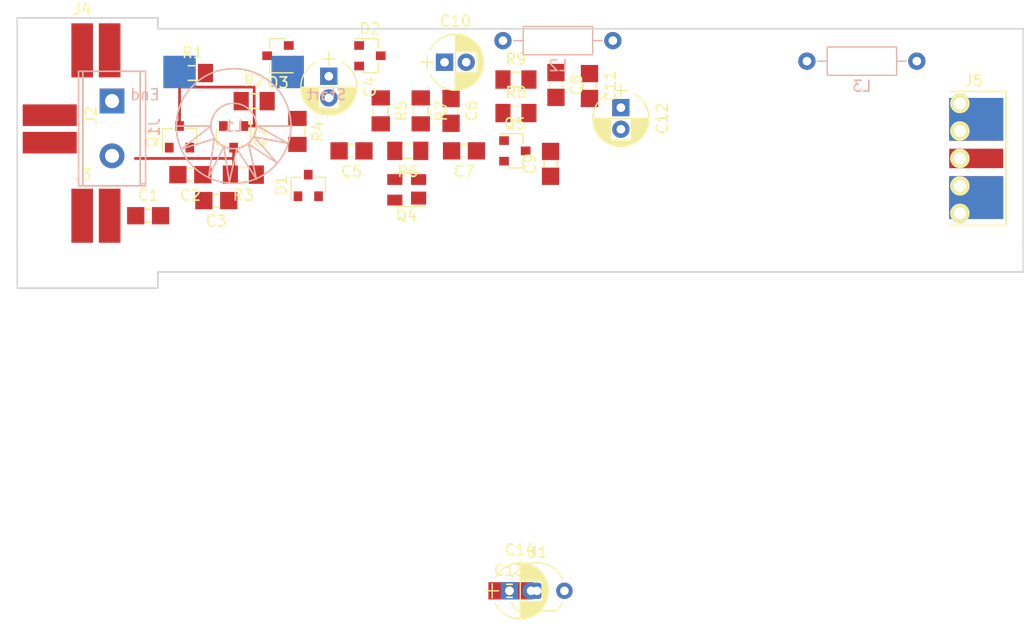
<source format=kicad_pcb>
(kicad_pcb (version 4) (host pcbnew 4.0.7-e2-6376~58~ubuntu14.04.1)

  (general
    (links 76)
    (no_connects 66)
    (area 102.924999 51.924999 196.075001 77.075001)
    (thickness 1.6)
    (drawings 11)
    (tracks 8)
    (zones 0)
    (modules 39)
    (nets 20)
  )

  (page A4)
  (layers
    (0 F.Cu signal)
    (31 B.Cu signal)
    (32 B.Adhes user)
    (33 F.Adhes user)
    (34 B.Paste user)
    (35 F.Paste user)
    (36 B.SilkS user)
    (37 F.SilkS user)
    (38 B.Mask user)
    (39 F.Mask user)
    (40 Dwgs.User user)
    (41 Cmts.User user)
    (42 Eco1.User user)
    (43 Eco2.User user)
    (44 Edge.Cuts user)
    (45 Margin user)
    (46 B.CrtYd user)
    (47 F.CrtYd user)
    (48 B.Fab user)
    (49 F.Fab user)
  )

  (setup
    (last_trace_width 0.25)
    (trace_clearance 0.2)
    (zone_clearance 0.508)
    (zone_45_only no)
    (trace_min 0.2)
    (segment_width 0.2)
    (edge_width 0.15)
    (via_size 0.6)
    (via_drill 0.4)
    (via_min_size 0.4)
    (via_min_drill 0.3)
    (uvia_size 0.3)
    (uvia_drill 0.1)
    (uvias_allowed no)
    (uvia_min_size 0.2)
    (uvia_min_drill 0.1)
    (pcb_text_width 0.3)
    (pcb_text_size 1.5 1.5)
    (mod_edge_width 0.15)
    (mod_text_size 1 1)
    (mod_text_width 0.15)
    (pad_size 1.524 1.524)
    (pad_drill 0.762)
    (pad_to_mask_clearance 0.2)
    (aux_axis_origin 0 0)
    (visible_elements FFFFFF7F)
    (pcbplotparams
      (layerselection 0x00030_80000001)
      (usegerberextensions false)
      (excludeedgelayer true)
      (linewidth 0.100000)
      (plotframeref false)
      (viasonmask false)
      (mode 1)
      (useauxorigin false)
      (hpglpennumber 1)
      (hpglpenspeed 20)
      (hpglpendiameter 15)
      (hpglpenoverlay 2)
      (psnegative false)
      (psa4output false)
      (plotreference true)
      (plotvalue true)
      (plotinvisibletext false)
      (padsonsilk false)
      (subtractmaskfromsilk false)
      (outputformat 1)
      (mirror false)
      (drillshape 1)
      (scaleselection 1)
      (outputdirectory ""))
  )

  (net 0 "")
  (net 1 GND)
  (net 2 "Net-(C1-Pad1)")
  (net 3 "Net-(C2-Pad2)")
  (net 4 "Net-(C2-Pad1)")
  (net 5 "Net-(C3-Pad1)")
  (net 6 "Net-(C10-Pad1)")
  (net 7 "Net-(C4-Pad2)")
  (net 8 "Net-(C5-Pad1)")
  (net 9 "Net-(C6-Pad2)")
  (net 10 "Net-(C6-Pad1)")
  (net 11 "Net-(C7-Pad1)")
  (net 12 "Net-(C9-Pad2)")
  (net 13 "Net-(C9-Pad1)")
  (net 14 "Net-(C11-Pad1)")
  (net 15 "Net-(C13-Pad1)")
  (net 16 "Net-(J4-Pad2)")
  (net 17 "Net-(Q1-Pad2)")
  (net 18 "Net-(Q1-Pad3)")
  (net 19 "Net-(Q3-Pad3)")

  (net_class Default "This is the default net class."
    (clearance 0.2)
    (trace_width 0.25)
    (via_dia 0.6)
    (via_drill 0.4)
    (uvia_dia 0.3)
    (uvia_drill 0.1)
    (add_net GND)
    (add_net "Net-(C1-Pad1)")
    (add_net "Net-(C10-Pad1)")
    (add_net "Net-(C11-Pad1)")
    (add_net "Net-(C13-Pad1)")
    (add_net "Net-(C2-Pad1)")
    (add_net "Net-(C2-Pad2)")
    (add_net "Net-(C3-Pad1)")
    (add_net "Net-(C4-Pad2)")
    (add_net "Net-(C5-Pad1)")
    (add_net "Net-(C6-Pad1)")
    (add_net "Net-(C6-Pad2)")
    (add_net "Net-(C7-Pad1)")
    (add_net "Net-(C9-Pad1)")
    (add_net "Net-(C9-Pad2)")
    (add_net "Net-(J4-Pad2)")
    (add_net "Net-(Q1-Pad2)")
    (add_net "Net-(Q1-Pad3)")
    (add_net "Net-(Q3-Pad3)")
  )

  (module lc_probe:C_1206_0603 (layer F.Cu) (tedit 57E1139C) (tstamp 5DCE26DB)
    (at 115.1 70.3)
    (descr "Capacitor SMD 0603, reflow soldering, AVX (see smccp.pdf)")
    (tags "capacitor 0603")
    (path /5DC6A408)
    (attr smd)
    (fp_text reference C1 (at 0 -1.9) (layer F.SilkS)
      (effects (font (size 1 1) (thickness 0.15)))
    )
    (fp_text value 100pF (at 0 1.9) (layer F.Fab)
      (effects (font (size 1 1) (thickness 0.15)))
    )
    (fp_line (start -0.25 -0.6) (end 0.25 -0.6) (layer F.SilkS) (width 0.15))
    (fp_line (start 0.25 0.6) (end -0.25 0.6) (layer F.SilkS) (width 0.15))
    (pad 2 smd rect (at 1.15 0) (size 1.6 1.6) (layers F.Cu F.Paste F.Mask)
      (net 1 GND))
    (pad 1 smd rect (at -1.15 0) (size 1.6 1.6) (layers F.Cu F.Paste F.Mask)
      (net 2 "Net-(C1-Pad1)"))
    (model Capacitors_SMD.3dshapes/C_0603.wrl
      (at (xyz 0 0 0))
      (scale (xyz 1 1 1))
      (rotate (xyz 0 0 0))
    )
  )

  (module lc_probe:C_1206_0603 (layer F.Cu) (tedit 57E1139C) (tstamp 5DCE26E3)
    (at 119 66.5 180)
    (descr "Capacitor SMD 0603, reflow soldering, AVX (see smccp.pdf)")
    (tags "capacitor 0603")
    (path /5DC57655)
    (attr smd)
    (fp_text reference C2 (at 0 -1.9 180) (layer F.SilkS)
      (effects (font (size 1 1) (thickness 0.15)))
    )
    (fp_text value 100nF (at 0 1.9 180) (layer F.Fab)
      (effects (font (size 1 1) (thickness 0.15)))
    )
    (fp_line (start -0.25 -0.6) (end 0.25 -0.6) (layer F.SilkS) (width 0.15))
    (fp_line (start 0.25 0.6) (end -0.25 0.6) (layer F.SilkS) (width 0.15))
    (pad 2 smd rect (at 1.15 0 180) (size 1.6 1.6) (layers F.Cu F.Paste F.Mask)
      (net 3 "Net-(C2-Pad2)"))
    (pad 1 smd rect (at -1.15 0 180) (size 1.6 1.6) (layers F.Cu F.Paste F.Mask)
      (net 4 "Net-(C2-Pad1)"))
    (model Capacitors_SMD.3dshapes/C_0603.wrl
      (at (xyz 0 0 0))
      (scale (xyz 1 1 1))
      (rotate (xyz 0 0 0))
    )
  )

  (module lc_probe:C_1206_0603 (layer F.Cu) (tedit 57E1139C) (tstamp 5DCE26EB)
    (at 121.4 68.9 180)
    (descr "Capacitor SMD 0603, reflow soldering, AVX (see smccp.pdf)")
    (tags "capacitor 0603")
    (path /5DC57758)
    (attr smd)
    (fp_text reference C3 (at 0 -1.9 180) (layer F.SilkS)
      (effects (font (size 1 1) (thickness 0.15)))
    )
    (fp_text value 13 (at 0 1.9 180) (layer F.Fab)
      (effects (font (size 1 1) (thickness 0.15)))
    )
    (fp_line (start -0.25 -0.6) (end 0.25 -0.6) (layer F.SilkS) (width 0.15))
    (fp_line (start 0.25 0.6) (end -0.25 0.6) (layer F.SilkS) (width 0.15))
    (pad 2 smd rect (at 1.15 0 180) (size 1.6 1.6) (layers F.Cu F.Paste F.Mask)
      (net 3 "Net-(C2-Pad2)"))
    (pad 1 smd rect (at -1.15 0 180) (size 1.6 1.6) (layers F.Cu F.Paste F.Mask)
      (net 5 "Net-(C3-Pad1)"))
    (model Capacitors_SMD.3dshapes/C_0603.wrl
      (at (xyz 0 0 0))
      (scale (xyz 1 1 1))
      (rotate (xyz 0 0 0))
    )
  )

  (module lc_probe:C_1206_0603 (layer F.Cu) (tedit 57E1139C) (tstamp 5DCE2707)
    (at 133.9 64.3 180)
    (descr "Capacitor SMD 0603, reflow soldering, AVX (see smccp.pdf)")
    (tags "capacitor 0603")
    (path /5DC54036)
    (attr smd)
    (fp_text reference C5 (at 0 -1.9 180) (layer F.SilkS)
      (effects (font (size 1 1) (thickness 0.15)))
    )
    (fp_text value 100nF (at 0 1.9 180) (layer F.Fab)
      (effects (font (size 1 1) (thickness 0.15)))
    )
    (fp_line (start -0.25 -0.6) (end 0.25 -0.6) (layer F.SilkS) (width 0.15))
    (fp_line (start 0.25 0.6) (end -0.25 0.6) (layer F.SilkS) (width 0.15))
    (pad 2 smd rect (at 1.15 0 180) (size 1.6 1.6) (layers F.Cu F.Paste F.Mask)
      (net 1 GND))
    (pad 1 smd rect (at -1.15 0 180) (size 1.6 1.6) (layers F.Cu F.Paste F.Mask)
      (net 8 "Net-(C5-Pad1)"))
    (model Capacitors_SMD.3dshapes/C_0603.wrl
      (at (xyz 0 0 0))
      (scale (xyz 1 1 1))
      (rotate (xyz 0 0 0))
    )
  )

  (module lc_probe:C_1206_0603 (layer F.Cu) (tedit 57E1139C) (tstamp 5DCE270F)
    (at 143.1 60.6 270)
    (descr "Capacitor SMD 0603, reflow soldering, AVX (see smccp.pdf)")
    (tags "capacitor 0603")
    (path /5DCDC4C0)
    (attr smd)
    (fp_text reference C6 (at 0 -1.9 270) (layer F.SilkS)
      (effects (font (size 1 1) (thickness 0.15)))
    )
    (fp_text value 100nF (at 0 1.9 270) (layer F.Fab)
      (effects (font (size 1 1) (thickness 0.15)))
    )
    (fp_line (start -0.25 -0.6) (end 0.25 -0.6) (layer F.SilkS) (width 0.15))
    (fp_line (start 0.25 0.6) (end -0.25 0.6) (layer F.SilkS) (width 0.15))
    (pad 2 smd rect (at 1.15 0 270) (size 1.6 1.6) (layers F.Cu F.Paste F.Mask)
      (net 9 "Net-(C6-Pad2)"))
    (pad 1 smd rect (at -1.15 0 270) (size 1.6 1.6) (layers F.Cu F.Paste F.Mask)
      (net 10 "Net-(C6-Pad1)"))
    (model Capacitors_SMD.3dshapes/C_0603.wrl
      (at (xyz 0 0 0))
      (scale (xyz 1 1 1))
      (rotate (xyz 0 0 0))
    )
  )

  (module lc_probe:C_1206_0603 (layer F.Cu) (tedit 57E1139C) (tstamp 5DCE2717)
    (at 144.3 64.3 180)
    (descr "Capacitor SMD 0603, reflow soldering, AVX (see smccp.pdf)")
    (tags "capacitor 0603")
    (path /5DC5296C)
    (attr smd)
    (fp_text reference C7 (at 0 -1.9 180) (layer F.SilkS)
      (effects (font (size 1 1) (thickness 0.15)))
    )
    (fp_text value 100nF (at 0 1.9 180) (layer F.Fab)
      (effects (font (size 1 1) (thickness 0.15)))
    )
    (fp_line (start -0.25 -0.6) (end 0.25 -0.6) (layer F.SilkS) (width 0.15))
    (fp_line (start 0.25 0.6) (end -0.25 0.6) (layer F.SilkS) (width 0.15))
    (pad 2 smd rect (at 1.15 0 180) (size 1.6 1.6) (layers F.Cu F.Paste F.Mask)
      (net 9 "Net-(C6-Pad2)"))
    (pad 1 smd rect (at -1.15 0 180) (size 1.6 1.6) (layers F.Cu F.Paste F.Mask)
      (net 11 "Net-(C7-Pad1)"))
    (model Capacitors_SMD.3dshapes/C_0603.wrl
      (at (xyz 0 0 0))
      (scale (xyz 1 1 1))
      (rotate (xyz 0 0 0))
    )
  )

  (module lc_probe:C_1206_0603 (layer F.Cu) (tedit 57E1139C) (tstamp 5DCE271F)
    (at 152.8 58.2 270)
    (descr "Capacitor SMD 0603, reflow soldering, AVX (see smccp.pdf)")
    (tags "capacitor 0603")
    (path /5DCDF1BE)
    (attr smd)
    (fp_text reference C8 (at 0 -1.9 270) (layer F.SilkS)
      (effects (font (size 1 1) (thickness 0.15)))
    )
    (fp_text value 100nF (at 0 1.9 270) (layer F.Fab)
      (effects (font (size 1 1) (thickness 0.15)))
    )
    (fp_line (start -0.25 -0.6) (end 0.25 -0.6) (layer F.SilkS) (width 0.15))
    (fp_line (start 0.25 0.6) (end -0.25 0.6) (layer F.SilkS) (width 0.15))
    (pad 2 smd rect (at 1.15 0 270) (size 1.6 1.6) (layers F.Cu F.Paste F.Mask)
      (net 1 GND))
    (pad 1 smd rect (at -1.15 0 270) (size 1.6 1.6) (layers F.Cu F.Paste F.Mask)
      (net 6 "Net-(C10-Pad1)"))
    (model Capacitors_SMD.3dshapes/C_0603.wrl
      (at (xyz 0 0 0))
      (scale (xyz 1 1 1))
      (rotate (xyz 0 0 0))
    )
  )

  (module lc_probe:C_1206_0603 (layer F.Cu) (tedit 57E1139C) (tstamp 5DCE2727)
    (at 152.3 65.5 90)
    (descr "Capacitor SMD 0603, reflow soldering, AVX (see smccp.pdf)")
    (tags "capacitor 0603")
    (path /5DC6682D)
    (attr smd)
    (fp_text reference C9 (at 0 -1.9 90) (layer F.SilkS)
      (effects (font (size 1 1) (thickness 0.15)))
    )
    (fp_text value 100nF (at 0 1.9 90) (layer F.Fab)
      (effects (font (size 1 1) (thickness 0.15)))
    )
    (fp_line (start -0.25 -0.6) (end 0.25 -0.6) (layer F.SilkS) (width 0.15))
    (fp_line (start 0.25 0.6) (end -0.25 0.6) (layer F.SilkS) (width 0.15))
    (pad 2 smd rect (at 1.15 0 90) (size 1.6 1.6) (layers F.Cu F.Paste F.Mask)
      (net 12 "Net-(C9-Pad2)"))
    (pad 1 smd rect (at -1.15 0 90) (size 1.6 1.6) (layers F.Cu F.Paste F.Mask)
      (net 13 "Net-(C9-Pad1)"))
    (model Capacitors_SMD.3dshapes/C_0603.wrl
      (at (xyz 0 0 0))
      (scale (xyz 1 1 1))
      (rotate (xyz 0 0 0))
    )
  )

  (module lc_probe:C_1206_0603 (layer F.Cu) (tedit 57E1139C) (tstamp 5DCE2743)
    (at 155.9 58.3 270)
    (descr "Capacitor SMD 0603, reflow soldering, AVX (see smccp.pdf)")
    (tags "capacitor 0603")
    (path /5DCDF42A)
    (attr smd)
    (fp_text reference C11 (at 0 -1.9 270) (layer F.SilkS)
      (effects (font (size 1 1) (thickness 0.15)))
    )
    (fp_text value 100nF (at 0 1.9 270) (layer F.Fab)
      (effects (font (size 1 1) (thickness 0.15)))
    )
    (fp_line (start -0.25 -0.6) (end 0.25 -0.6) (layer F.SilkS) (width 0.15))
    (fp_line (start 0.25 0.6) (end -0.25 0.6) (layer F.SilkS) (width 0.15))
    (pad 2 smd rect (at 1.15 0 270) (size 1.6 1.6) (layers F.Cu F.Paste F.Mask)
      (net 1 GND))
    (pad 1 smd rect (at -1.15 0 270) (size 1.6 1.6) (layers F.Cu F.Paste F.Mask)
      (net 14 "Net-(C11-Pad1)"))
    (model Capacitors_SMD.3dshapes/C_0603.wrl
      (at (xyz 0 0 0))
      (scale (xyz 1 1 1))
      (rotate (xyz 0 0 0))
    )
  )

  (module lc_probe:C_1206_0603 (layer F.Cu) (tedit 57E1139C) (tstamp 5DCE275F)
    (at 148.5011 105.0036)
    (descr "Capacitor SMD 0603, reflow soldering, AVX (see smccp.pdf)")
    (tags "capacitor 0603")
    (path /5DCDFC5C)
    (attr smd)
    (fp_text reference C13 (at 0 -1.9) (layer F.SilkS)
      (effects (font (size 1 1) (thickness 0.15)))
    )
    (fp_text value 100nF (at 0 1.9) (layer F.Fab)
      (effects (font (size 1 1) (thickness 0.15)))
    )
    (fp_line (start -0.25 -0.6) (end 0.25 -0.6) (layer F.SilkS) (width 0.15))
    (fp_line (start 0.25 0.6) (end -0.25 0.6) (layer F.SilkS) (width 0.15))
    (pad 2 smd rect (at 1.15 0) (size 1.6 1.6) (layers F.Cu F.Paste F.Mask)
      (net 1 GND))
    (pad 1 smd rect (at -1.15 0) (size 1.6 1.6) (layers F.Cu F.Paste F.Mask)
      (net 15 "Net-(C13-Pad1)"))
    (model Capacitors_SMD.3dshapes/C_0603.wrl
      (at (xyz 0 0 0))
      (scale (xyz 1 1 1))
      (rotate (xyz 0 0 0))
    )
  )

  (module TO_SOT_Packages_SMD:SOT-23 (layer F.Cu) (tedit 58CE4E7E) (tstamp 5DCE2788)
    (at 129.9 67.5 90)
    (descr "SOT-23, Standard")
    (tags SOT-23)
    (path /5DC543F5)
    (attr smd)
    (fp_text reference D1 (at 0 -2.5 90) (layer F.SilkS)
      (effects (font (size 1 1) (thickness 0.15)))
    )
    (fp_text value BAV99 (at 0 2.5 90) (layer F.Fab)
      (effects (font (size 1 1) (thickness 0.15)))
    )
    (fp_text user %R (at 0 0 180) (layer F.Fab)
      (effects (font (size 0.5 0.5) (thickness 0.075)))
    )
    (fp_line (start -0.7 -0.95) (end -0.7 1.5) (layer F.Fab) (width 0.1))
    (fp_line (start -0.15 -1.52) (end 0.7 -1.52) (layer F.Fab) (width 0.1))
    (fp_line (start -0.7 -0.95) (end -0.15 -1.52) (layer F.Fab) (width 0.1))
    (fp_line (start 0.7 -1.52) (end 0.7 1.52) (layer F.Fab) (width 0.1))
    (fp_line (start -0.7 1.52) (end 0.7 1.52) (layer F.Fab) (width 0.1))
    (fp_line (start 0.76 1.58) (end 0.76 0.65) (layer F.SilkS) (width 0.12))
    (fp_line (start 0.76 -1.58) (end 0.76 -0.65) (layer F.SilkS) (width 0.12))
    (fp_line (start -1.7 -1.75) (end 1.7 -1.75) (layer F.CrtYd) (width 0.05))
    (fp_line (start 1.7 -1.75) (end 1.7 1.75) (layer F.CrtYd) (width 0.05))
    (fp_line (start 1.7 1.75) (end -1.7 1.75) (layer F.CrtYd) (width 0.05))
    (fp_line (start -1.7 1.75) (end -1.7 -1.75) (layer F.CrtYd) (width 0.05))
    (fp_line (start 0.76 -1.58) (end -1.4 -1.58) (layer F.SilkS) (width 0.12))
    (fp_line (start 0.76 1.58) (end -0.7 1.58) (layer F.SilkS) (width 0.12))
    (pad 1 smd rect (at -1 -0.95 90) (size 0.9 0.8) (layers F.Cu F.Paste F.Mask)
      (net 1 GND))
    (pad 2 smd rect (at -1 0.95 90) (size 0.9 0.8) (layers F.Cu F.Paste F.Mask)
      (net 1 GND))
    (pad 3 smd rect (at 1 0 90) (size 0.9 0.8) (layers F.Cu F.Paste F.Mask)
      (net 5 "Net-(C3-Pad1)"))
    (model ${KISYS3DMOD}/TO_SOT_Packages_SMD.3dshapes/SOT-23.wrl
      (at (xyz 0 0 0))
      (scale (xyz 1 1 1))
      (rotate (xyz 0 0 0))
    )
  )

  (module TO_SOT_Packages_SMD:SOT-23 (layer F.Cu) (tedit 58CE4E7E) (tstamp 5DCE279D)
    (at 135.6 55.5)
    (descr "SOT-23, Standard")
    (tags SOT-23)
    (path /5DC55B01)
    (attr smd)
    (fp_text reference D2 (at 0 -2.5) (layer F.SilkS)
      (effects (font (size 1 1) (thickness 0.15)))
    )
    (fp_text value BAV99 (at 0 2.5) (layer F.Fab)
      (effects (font (size 1 1) (thickness 0.15)))
    )
    (fp_text user %R (at 0 0 90) (layer F.Fab)
      (effects (font (size 0.5 0.5) (thickness 0.075)))
    )
    (fp_line (start -0.7 -0.95) (end -0.7 1.5) (layer F.Fab) (width 0.1))
    (fp_line (start -0.15 -1.52) (end 0.7 -1.52) (layer F.Fab) (width 0.1))
    (fp_line (start -0.7 -0.95) (end -0.15 -1.52) (layer F.Fab) (width 0.1))
    (fp_line (start 0.7 -1.52) (end 0.7 1.52) (layer F.Fab) (width 0.1))
    (fp_line (start -0.7 1.52) (end 0.7 1.52) (layer F.Fab) (width 0.1))
    (fp_line (start 0.76 1.58) (end 0.76 0.65) (layer F.SilkS) (width 0.12))
    (fp_line (start 0.76 -1.58) (end 0.76 -0.65) (layer F.SilkS) (width 0.12))
    (fp_line (start -1.7 -1.75) (end 1.7 -1.75) (layer F.CrtYd) (width 0.05))
    (fp_line (start 1.7 -1.75) (end 1.7 1.75) (layer F.CrtYd) (width 0.05))
    (fp_line (start 1.7 1.75) (end -1.7 1.75) (layer F.CrtYd) (width 0.05))
    (fp_line (start -1.7 1.75) (end -1.7 -1.75) (layer F.CrtYd) (width 0.05))
    (fp_line (start 0.76 -1.58) (end -1.4 -1.58) (layer F.SilkS) (width 0.12))
    (fp_line (start 0.76 1.58) (end -0.7 1.58) (layer F.SilkS) (width 0.12))
    (pad 1 smd rect (at -1 -0.95) (size 0.9 0.8) (layers F.Cu F.Paste F.Mask)
      (net 6 "Net-(C10-Pad1)"))
    (pad 2 smd rect (at -1 0.95) (size 0.9 0.8) (layers F.Cu F.Paste F.Mask)
      (net 7 "Net-(C4-Pad2)"))
    (pad 3 smd rect (at 1 0) (size 0.9 0.8) (layers F.Cu F.Paste F.Mask)
      (net 10 "Net-(C6-Pad1)"))
    (model ${KISYS3DMOD}/TO_SOT_Packages_SMD.3dshapes/SOT-23.wrl
      (at (xyz 0 0 0))
      (scale (xyz 1 1 1))
      (rotate (xyz 0 0 0))
    )
  )

  (module lc_probe:SolderWirePad_double_SMD_2x5mm (layer F.Cu) (tedit 5DCBC8AD) (tstamp 5DCE27A3)
    (at 106 61 270)
    (descr "Wire Pad, Square, SMD Pad,  5mm x 10mm,")
    (tags "MesurementPoint Square SMDPad 5mmx10mm ")
    (path /5DCE0F7E)
    (attr smd)
    (fp_text reference J2 (at 0 -3.81 270) (layer F.SilkS)
      (effects (font (size 1 1) (thickness 0.15)))
    )
    (fp_text value Conn_01x02 (at 0 3.75 270) (layer F.Fab)
      (effects (font (size 1 1) (thickness 0.15)))
    )
    (pad 1 smd rect (at 0 0 270) (size 2 5) (layers F.Cu F.Paste F.Mask)
      (net 3 "Net-(C2-Pad2)"))
    (pad 2 smd rect (at 2.54 0 270) (size 2 5) (layers F.Cu F.Paste F.Mask)
      (net 1 GND))
  )

  (module lc_probe:SolderWirePad_double_SMD_2x5mm (layer F.Cu) (tedit 5DCBC8AD) (tstamp 5DCE27A9)
    (at 109 70.3)
    (descr "Wire Pad, Square, SMD Pad,  5mm x 10mm,")
    (tags "MesurementPoint Square SMDPad 5mmx10mm ")
    (path /5DCE0AF9)
    (attr smd)
    (fp_text reference J3 (at 0 -3.81) (layer F.SilkS)
      (effects (font (size 1 1) (thickness 0.15)))
    )
    (fp_text value Conn_01x02 (at 0 3.75) (layer F.Fab)
      (effects (font (size 1 1) (thickness 0.15)))
    )
    (pad 1 smd rect (at 0 0) (size 2 5) (layers F.Cu F.Paste F.Mask)
      (net 3 "Net-(C2-Pad2)"))
    (pad 2 smd rect (at 2.54 0) (size 2 5) (layers F.Cu F.Paste F.Mask)
      (net 2 "Net-(C1-Pad1)"))
  )

  (module lc_probe:SolderWirePad_double_SMD_2x5mm (layer F.Cu) (tedit 5DCBC8AD) (tstamp 5DCE27AF)
    (at 109 55)
    (descr "Wire Pad, Square, SMD Pad,  5mm x 10mm,")
    (tags "MesurementPoint Square SMDPad 5mmx10mm ")
    (path /5DCE0D20)
    (attr smd)
    (fp_text reference J4 (at 0 -3.81) (layer F.SilkS)
      (effects (font (size 1 1) (thickness 0.15)))
    )
    (fp_text value Conn_01x02 (at 0 3.75) (layer F.Fab)
      (effects (font (size 1 1) (thickness 0.15)))
    )
    (pad 1 smd rect (at 0 0) (size 2 5) (layers F.Cu F.Paste F.Mask)
      (net 3 "Net-(C2-Pad2)"))
    (pad 2 smd rect (at 2.54 0) (size 2 5) (layers F.Cu F.Paste F.Mask)
      (net 16 "Net-(J4-Pad2)"))
  )

  (module lc_probe:RFCONNECTOR (layer F.Cu) (tedit 5AF3C143) (tstamp 5DCE27C0)
    (at 189 65 180)
    (path /5DCE0408)
    (fp_text reference J5 (at -2.4 7.2 360) (layer F.SilkS)
      (effects (font (size 1 1) (thickness 0.15)))
    )
    (fp_text value RF (at -2.413 -6.731 180) (layer F.Fab) hide
      (effects (font (size 1 1) (thickness 0.15)))
    )
    (fp_line (start -0.2 6.2) (end -5.4 6.2) (layer F.SilkS) (width 0.15))
    (fp_line (start -5.4 6.2) (end -5.4 -6.2) (layer F.SilkS) (width 0.15))
    (fp_line (start -5.4 -6.2) (end -0.2 -6.2) (layer F.SilkS) (width 0.15))
    (pad 2 thru_hole circle (at -1.143 5.08 180) (size 1.8 1.8) (drill 1.1) (layers *.Cu *.Mask F.SilkS)
      (net 1 GND))
    (pad 2 thru_hole circle (at -1.143 -5.08 180) (size 1.8 1.8) (drill 1.1) (layers *.Cu *.Mask F.SilkS)
      (net 1 GND))
    (pad 1 smd rect (at -2.65 0 180) (size 5 1.8) (layers F.Cu F.Paste F.Mask)
      (net 13 "Net-(C9-Pad1)"))
    (pad 2 smd rect (at -2.65 -3.62 180) (size 5 3.96) (layers F.Cu F.Paste F.Mask)
      (net 1 GND))
    (pad 2 smd rect (at -2.65 3.62 180) (size 5 3.96) (layers F.Cu F.Paste F.Mask)
      (net 1 GND))
    (pad 2 smd rect (at -2.65 -3.62 180) (size 5 3.96) (layers B.Cu B.Paste B.Mask)
      (net 1 GND))
    (pad 2 smd rect (at -2.65 3.62 180) (size 5 3.96) (layers B.Cu B.Paste B.Mask)
      (net 1 GND))
    (pad 2 thru_hole circle (at -1.143 2.54 180) (size 1.8 1.8) (drill 1.1) (layers *.Cu *.Mask F.SilkS)
      (net 1 GND))
    (pad 2 thru_hole circle (at -1.143 -2.54 180) (size 1.8 1.8) (drill 1.1) (layers *.Cu *.Mask F.SilkS)
      (net 1 GND))
    (pad 1 thru_hole circle (at -1.143 0 180) (size 1.8 1.8) (drill 1.1) (layers *.Cu *.Mask F.SilkS)
      (net 13 "Net-(C9-Pad1)"))
  )

  (module Resistors_ThroughHole:R_Axial_DIN0207_L6.3mm_D2.5mm_P10.16mm_Horizontal (layer B.Cu) (tedit 5874F706) (tstamp 5DCE27D6)
    (at 147.9 54.1)
    (descr "Resistor, Axial_DIN0207 series, Axial, Horizontal, pin pitch=10.16mm, 0.25W = 1/4W, length*diameter=6.3*2.5mm^2, http://cdn-reichelt.de/documents/datenblatt/B400/1_4W%23YAG.pdf")
    (tags "Resistor Axial_DIN0207 series Axial Horizontal pin pitch 10.16mm 0.25W = 1/4W length 6.3mm diameter 2.5mm")
    (path /5DC525BD)
    (fp_text reference L2 (at 5.08 2.31) (layer B.SilkS)
      (effects (font (size 1 1) (thickness 0.15)) (justify mirror))
    )
    (fp_text value 100uH (at 5.08 -2.31) (layer B.Fab)
      (effects (font (size 1 1) (thickness 0.15)) (justify mirror))
    )
    (fp_line (start 1.93 1.25) (end 1.93 -1.25) (layer B.Fab) (width 0.1))
    (fp_line (start 1.93 -1.25) (end 8.23 -1.25) (layer B.Fab) (width 0.1))
    (fp_line (start 8.23 -1.25) (end 8.23 1.25) (layer B.Fab) (width 0.1))
    (fp_line (start 8.23 1.25) (end 1.93 1.25) (layer B.Fab) (width 0.1))
    (fp_line (start 0 0) (end 1.93 0) (layer B.Fab) (width 0.1))
    (fp_line (start 10.16 0) (end 8.23 0) (layer B.Fab) (width 0.1))
    (fp_line (start 1.87 1.31) (end 1.87 -1.31) (layer B.SilkS) (width 0.12))
    (fp_line (start 1.87 -1.31) (end 8.29 -1.31) (layer B.SilkS) (width 0.12))
    (fp_line (start 8.29 -1.31) (end 8.29 1.31) (layer B.SilkS) (width 0.12))
    (fp_line (start 8.29 1.31) (end 1.87 1.31) (layer B.SilkS) (width 0.12))
    (fp_line (start 0.98 0) (end 1.87 0) (layer B.SilkS) (width 0.12))
    (fp_line (start 9.18 0) (end 8.29 0) (layer B.SilkS) (width 0.12))
    (fp_line (start -1.05 1.6) (end -1.05 -1.6) (layer B.CrtYd) (width 0.05))
    (fp_line (start -1.05 -1.6) (end 11.25 -1.6) (layer B.CrtYd) (width 0.05))
    (fp_line (start 11.25 -1.6) (end 11.25 1.6) (layer B.CrtYd) (width 0.05))
    (fp_line (start 11.25 1.6) (end -1.05 1.6) (layer B.CrtYd) (width 0.05))
    (pad 1 thru_hole circle (at 0 0) (size 1.6 1.6) (drill 0.8) (layers *.Cu *.Mask)
      (net 6 "Net-(C10-Pad1)"))
    (pad 2 thru_hole oval (at 10.16 0) (size 1.6 1.6) (drill 0.8) (layers *.Cu *.Mask)
      (net 14 "Net-(C11-Pad1)"))
    (model ${KISYS3DMOD}/Resistors_THT.3dshapes/R_Axial_DIN0207_L6.3mm_D2.5mm_P10.16mm_Horizontal.wrl
      (at (xyz 0 0 0))
      (scale (xyz 0.393701 0.393701 0.393701))
      (rotate (xyz 0 0 0))
    )
  )

  (module Resistors_ThroughHole:R_Axial_DIN0207_L6.3mm_D2.5mm_P10.16mm_Horizontal (layer B.Cu) (tedit 5874F706) (tstamp 5DCE27EC)
    (at 176 56)
    (descr "Resistor, Axial_DIN0207 series, Axial, Horizontal, pin pitch=10.16mm, 0.25W = 1/4W, length*diameter=6.3*2.5mm^2, http://cdn-reichelt.de/documents/datenblatt/B400/1_4W%23YAG.pdf")
    (tags "Resistor Axial_DIN0207 series Axial Horizontal pin pitch 10.16mm 0.25W = 1/4W length 6.3mm diameter 2.5mm")
    (path /5DCE00AF)
    (fp_text reference L3 (at 5.08 2.31) (layer B.SilkS)
      (effects (font (size 1 1) (thickness 0.15)) (justify mirror))
    )
    (fp_text value 100uH (at 5.08 -2.31) (layer B.Fab)
      (effects (font (size 1 1) (thickness 0.15)) (justify mirror))
    )
    (fp_line (start 1.93 1.25) (end 1.93 -1.25) (layer B.Fab) (width 0.1))
    (fp_line (start 1.93 -1.25) (end 8.23 -1.25) (layer B.Fab) (width 0.1))
    (fp_line (start 8.23 -1.25) (end 8.23 1.25) (layer B.Fab) (width 0.1))
    (fp_line (start 8.23 1.25) (end 1.93 1.25) (layer B.Fab) (width 0.1))
    (fp_line (start 0 0) (end 1.93 0) (layer B.Fab) (width 0.1))
    (fp_line (start 10.16 0) (end 8.23 0) (layer B.Fab) (width 0.1))
    (fp_line (start 1.87 1.31) (end 1.87 -1.31) (layer B.SilkS) (width 0.12))
    (fp_line (start 1.87 -1.31) (end 8.29 -1.31) (layer B.SilkS) (width 0.12))
    (fp_line (start 8.29 -1.31) (end 8.29 1.31) (layer B.SilkS) (width 0.12))
    (fp_line (start 8.29 1.31) (end 1.87 1.31) (layer B.SilkS) (width 0.12))
    (fp_line (start 0.98 0) (end 1.87 0) (layer B.SilkS) (width 0.12))
    (fp_line (start 9.18 0) (end 8.29 0) (layer B.SilkS) (width 0.12))
    (fp_line (start -1.05 1.6) (end -1.05 -1.6) (layer B.CrtYd) (width 0.05))
    (fp_line (start -1.05 -1.6) (end 11.25 -1.6) (layer B.CrtYd) (width 0.05))
    (fp_line (start 11.25 -1.6) (end 11.25 1.6) (layer B.CrtYd) (width 0.05))
    (fp_line (start 11.25 1.6) (end -1.05 1.6) (layer B.CrtYd) (width 0.05))
    (pad 1 thru_hole circle (at 0 0) (size 1.6 1.6) (drill 0.8) (layers *.Cu *.Mask)
      (net 15 "Net-(C13-Pad1)"))
    (pad 2 thru_hole oval (at 10.16 0) (size 1.6 1.6) (drill 0.8) (layers *.Cu *.Mask)
      (net 13 "Net-(C9-Pad1)"))
    (model ${KISYS3DMOD}/Resistors_THT.3dshapes/R_Axial_DIN0207_L6.3mm_D2.5mm_P10.16mm_Horizontal.wrl
      (at (xyz 0 0 0))
      (scale (xyz 0.393701 0.393701 0.393701))
      (rotate (xyz 0 0 0))
    )
  )

  (module TO_SOT_Packages_SMD:SOT-23 (layer F.Cu) (tedit 58CE4E7E) (tstamp 5DCE2801)
    (at 118 63 90)
    (descr "SOT-23, Standard")
    (tags SOT-23)
    (path /5DC54B7E)
    (attr smd)
    (fp_text reference Q1 (at 0 -2.5 90) (layer F.SilkS)
      (effects (font (size 1 1) (thickness 0.15)))
    )
    (fp_text value BFT92 (at 0 2.5 90) (layer F.Fab)
      (effects (font (size 1 1) (thickness 0.15)))
    )
    (fp_text user %R (at 0 0 180) (layer F.Fab)
      (effects (font (size 0.5 0.5) (thickness 0.075)))
    )
    (fp_line (start -0.7 -0.95) (end -0.7 1.5) (layer F.Fab) (width 0.1))
    (fp_line (start -0.15 -1.52) (end 0.7 -1.52) (layer F.Fab) (width 0.1))
    (fp_line (start -0.7 -0.95) (end -0.15 -1.52) (layer F.Fab) (width 0.1))
    (fp_line (start 0.7 -1.52) (end 0.7 1.52) (layer F.Fab) (width 0.1))
    (fp_line (start -0.7 1.52) (end 0.7 1.52) (layer F.Fab) (width 0.1))
    (fp_line (start 0.76 1.58) (end 0.76 0.65) (layer F.SilkS) (width 0.12))
    (fp_line (start 0.76 -1.58) (end 0.76 -0.65) (layer F.SilkS) (width 0.12))
    (fp_line (start -1.7 -1.75) (end 1.7 -1.75) (layer F.CrtYd) (width 0.05))
    (fp_line (start 1.7 -1.75) (end 1.7 1.75) (layer F.CrtYd) (width 0.05))
    (fp_line (start 1.7 1.75) (end -1.7 1.75) (layer F.CrtYd) (width 0.05))
    (fp_line (start -1.7 1.75) (end -1.7 -1.75) (layer F.CrtYd) (width 0.05))
    (fp_line (start 0.76 -1.58) (end -1.4 -1.58) (layer F.SilkS) (width 0.12))
    (fp_line (start 0.76 1.58) (end -0.7 1.58) (layer F.SilkS) (width 0.12))
    (pad 1 smd rect (at -1 -0.95 90) (size 0.9 0.8) (layers F.Cu F.Paste F.Mask)
      (net 3 "Net-(C2-Pad2)"))
    (pad 2 smd rect (at -1 0.95 90) (size 0.9 0.8) (layers F.Cu F.Paste F.Mask)
      (net 17 "Net-(Q1-Pad2)"))
    (pad 3 smd rect (at 1 0 90) (size 0.9 0.8) (layers F.Cu F.Paste F.Mask)
      (net 18 "Net-(Q1-Pad3)"))
    (model ${KISYS3DMOD}/TO_SOT_Packages_SMD.3dshapes/SOT-23.wrl
      (at (xyz 0 0 0))
      (scale (xyz 1 1 1))
      (rotate (xyz 0 0 0))
    )
  )

  (module TO_SOT_Packages_SMD:SOT-23 (layer F.Cu) (tedit 58CE4E7E) (tstamp 5DCE2816)
    (at 123 63 270)
    (descr "SOT-23, Standard")
    (tags SOT-23)
    (path /5DC54C90)
    (attr smd)
    (fp_text reference Q2 (at 0 -2.5 270) (layer F.SilkS)
      (effects (font (size 1 1) (thickness 0.15)))
    )
    (fp_text value BFT92 (at 0 2.5 270) (layer F.Fab)
      (effects (font (size 1 1) (thickness 0.15)))
    )
    (fp_text user %R (at 0 0 360) (layer F.Fab)
      (effects (font (size 0.5 0.5) (thickness 0.075)))
    )
    (fp_line (start -0.7 -0.95) (end -0.7 1.5) (layer F.Fab) (width 0.1))
    (fp_line (start -0.15 -1.52) (end 0.7 -1.52) (layer F.Fab) (width 0.1))
    (fp_line (start -0.7 -0.95) (end -0.15 -1.52) (layer F.Fab) (width 0.1))
    (fp_line (start 0.7 -1.52) (end 0.7 1.52) (layer F.Fab) (width 0.1))
    (fp_line (start -0.7 1.52) (end 0.7 1.52) (layer F.Fab) (width 0.1))
    (fp_line (start 0.76 1.58) (end 0.76 0.65) (layer F.SilkS) (width 0.12))
    (fp_line (start 0.76 -1.58) (end 0.76 -0.65) (layer F.SilkS) (width 0.12))
    (fp_line (start -1.7 -1.75) (end 1.7 -1.75) (layer F.CrtYd) (width 0.05))
    (fp_line (start 1.7 -1.75) (end 1.7 1.75) (layer F.CrtYd) (width 0.05))
    (fp_line (start 1.7 1.75) (end -1.7 1.75) (layer F.CrtYd) (width 0.05))
    (fp_line (start -1.7 1.75) (end -1.7 -1.75) (layer F.CrtYd) (width 0.05))
    (fp_line (start 0.76 -1.58) (end -1.4 -1.58) (layer F.SilkS) (width 0.12))
    (fp_line (start 0.76 1.58) (end -0.7 1.58) (layer F.SilkS) (width 0.12))
    (pad 1 smd rect (at -1 -0.95 270) (size 0.9 0.8) (layers F.Cu F.Paste F.Mask)
      (net 18 "Net-(Q1-Pad3)"))
    (pad 2 smd rect (at -1 0.95 270) (size 0.9 0.8) (layers F.Cu F.Paste F.Mask)
      (net 17 "Net-(Q1-Pad2)"))
    (pad 3 smd rect (at 1 0 270) (size 0.9 0.8) (layers F.Cu F.Paste F.Mask)
      (net 3 "Net-(C2-Pad2)"))
    (model ${KISYS3DMOD}/TO_SOT_Packages_SMD.3dshapes/SOT-23.wrl
      (at (xyz 0 0 0))
      (scale (xyz 1 1 1))
      (rotate (xyz 0 0 0))
    )
  )

  (module TO_SOT_Packages_SMD:SOT-23 (layer F.Cu) (tedit 58CE4E7E) (tstamp 5DCE282B)
    (at 127.1 55.5 180)
    (descr "SOT-23, Standard")
    (tags SOT-23)
    (path /5DC55C2E)
    (attr smd)
    (fp_text reference Q3 (at 0 -2.5 180) (layer F.SilkS)
      (effects (font (size 1 1) (thickness 0.15)))
    )
    (fp_text value BC857 (at 0 2.5 180) (layer F.Fab)
      (effects (font (size 1 1) (thickness 0.15)))
    )
    (fp_text user %R (at 0 0 270) (layer F.Fab)
      (effects (font (size 0.5 0.5) (thickness 0.075)))
    )
    (fp_line (start -0.7 -0.95) (end -0.7 1.5) (layer F.Fab) (width 0.1))
    (fp_line (start -0.15 -1.52) (end 0.7 -1.52) (layer F.Fab) (width 0.1))
    (fp_line (start -0.7 -0.95) (end -0.15 -1.52) (layer F.Fab) (width 0.1))
    (fp_line (start 0.7 -1.52) (end 0.7 1.52) (layer F.Fab) (width 0.1))
    (fp_line (start -0.7 1.52) (end 0.7 1.52) (layer F.Fab) (width 0.1))
    (fp_line (start 0.76 1.58) (end 0.76 0.65) (layer F.SilkS) (width 0.12))
    (fp_line (start 0.76 -1.58) (end 0.76 -0.65) (layer F.SilkS) (width 0.12))
    (fp_line (start -1.7 -1.75) (end 1.7 -1.75) (layer F.CrtYd) (width 0.05))
    (fp_line (start 1.7 -1.75) (end 1.7 1.75) (layer F.CrtYd) (width 0.05))
    (fp_line (start 1.7 1.75) (end -1.7 1.75) (layer F.CrtYd) (width 0.05))
    (fp_line (start -1.7 1.75) (end -1.7 -1.75) (layer F.CrtYd) (width 0.05))
    (fp_line (start 0.76 -1.58) (end -1.4 -1.58) (layer F.SilkS) (width 0.12))
    (fp_line (start 0.76 1.58) (end -0.7 1.58) (layer F.SilkS) (width 0.12))
    (pad 1 smd rect (at -1 -0.95 180) (size 0.9 0.8) (layers F.Cu F.Paste F.Mask)
      (net 7 "Net-(C4-Pad2)"))
    (pad 2 smd rect (at -1 0.95 180) (size 0.9 0.8) (layers F.Cu F.Paste F.Mask)
      (net 6 "Net-(C10-Pad1)"))
    (pad 3 smd rect (at 1 0 180) (size 0.9 0.8) (layers F.Cu F.Paste F.Mask)
      (net 19 "Net-(Q3-Pad3)"))
    (model ${KISYS3DMOD}/TO_SOT_Packages_SMD.3dshapes/SOT-23.wrl
      (at (xyz 0 0 0))
      (scale (xyz 1 1 1))
      (rotate (xyz 0 0 0))
    )
  )

  (module TO_SOT_Packages_SMD:SOT-143 (layer F.Cu) (tedit 58CE4E7E) (tstamp 5DCE283F)
    (at 139 67.9 180)
    (descr SOT-143)
    (tags SOT-143)
    (path /5DC53924)
    (attr smd)
    (fp_text reference Q4 (at 0.02 -2.38 180) (layer F.SilkS)
      (effects (font (size 1 1) (thickness 0.15)))
    )
    (fp_text value BF998 (at -0.28 2.48 180) (layer F.Fab)
      (effects (font (size 1 1) (thickness 0.15)))
    )
    (fp_text user %R (at 0 0 270) (layer F.Fab)
      (effects (font (size 0.5 0.5) (thickness 0.075)))
    )
    (fp_line (start -1.2 1.55) (end 1.2 1.55) (layer F.SilkS) (width 0.12))
    (fp_line (start 1.2 -1.55) (end -1.75 -1.55) (layer F.SilkS) (width 0.12))
    (fp_line (start -1.2 -1) (end -0.7 -1.5) (layer F.Fab) (width 0.1))
    (fp_line (start -0.7 -1.5) (end 1.2 -1.5) (layer F.Fab) (width 0.1))
    (fp_line (start -1.2 1.5) (end -1.2 -1) (layer F.Fab) (width 0.1))
    (fp_line (start 1.2 1.5) (end -1.2 1.5) (layer F.Fab) (width 0.1))
    (fp_line (start 1.2 -1.5) (end 1.2 1.5) (layer F.Fab) (width 0.1))
    (fp_line (start 2.05 -1.75) (end 2.05 1.75) (layer F.CrtYd) (width 0.05))
    (fp_line (start 2.05 -1.75) (end -2.05 -1.75) (layer F.CrtYd) (width 0.05))
    (fp_line (start -2.05 1.75) (end 2.05 1.75) (layer F.CrtYd) (width 0.05))
    (fp_line (start -2.05 1.75) (end -2.05 -1.75) (layer F.CrtYd) (width 0.05))
    (pad 1 smd rect (at -1.1 -0.77 90) (size 1.2 1.4) (layers F.Cu F.Paste F.Mask)
      (net 1 GND))
    (pad 2 smd rect (at -1.1 0.95 90) (size 1 1.4) (layers F.Cu F.Paste F.Mask)
      (net 9 "Net-(C6-Pad2)"))
    (pad 3 smd rect (at 1.1 0.95 90) (size 1 1.4) (layers F.Cu F.Paste F.Mask)
      (net 8 "Net-(C5-Pad1)"))
    (pad 4 smd rect (at 1.1 -0.95 90) (size 1 1.4) (layers F.Cu F.Paste F.Mask)
      (net 5 "Net-(C3-Pad1)"))
    (model ${KISYS3DMOD}/TO_SOT_Packages_SMD.3dshapes/SOT-143.wrl
      (at (xyz 0 0 0))
      (scale (xyz 1 1 1))
      (rotate (xyz 0 0 0))
    )
  )

  (module TO_SOT_Packages_SMD:SOT-23 (layer F.Cu) (tedit 58CE4E7E) (tstamp 5DCE2854)
    (at 149 64.3)
    (descr "SOT-23, Standard")
    (tags SOT-23)
    (path /5DC520BD)
    (attr smd)
    (fp_text reference Q5 (at 0 -2.5) (layer F.SilkS)
      (effects (font (size 1 1) (thickness 0.15)))
    )
    (fp_text value SS9018 (at 0 2.5) (layer F.Fab)
      (effects (font (size 1 1) (thickness 0.15)))
    )
    (fp_text user %R (at 0 0 90) (layer F.Fab)
      (effects (font (size 0.5 0.5) (thickness 0.075)))
    )
    (fp_line (start -0.7 -0.95) (end -0.7 1.5) (layer F.Fab) (width 0.1))
    (fp_line (start -0.15 -1.52) (end 0.7 -1.52) (layer F.Fab) (width 0.1))
    (fp_line (start -0.7 -0.95) (end -0.15 -1.52) (layer F.Fab) (width 0.1))
    (fp_line (start 0.7 -1.52) (end 0.7 1.52) (layer F.Fab) (width 0.1))
    (fp_line (start -0.7 1.52) (end 0.7 1.52) (layer F.Fab) (width 0.1))
    (fp_line (start 0.76 1.58) (end 0.76 0.65) (layer F.SilkS) (width 0.12))
    (fp_line (start 0.76 -1.58) (end 0.76 -0.65) (layer F.SilkS) (width 0.12))
    (fp_line (start -1.7 -1.75) (end 1.7 -1.75) (layer F.CrtYd) (width 0.05))
    (fp_line (start 1.7 -1.75) (end 1.7 1.75) (layer F.CrtYd) (width 0.05))
    (fp_line (start 1.7 1.75) (end -1.7 1.75) (layer F.CrtYd) (width 0.05))
    (fp_line (start -1.7 1.75) (end -1.7 -1.75) (layer F.CrtYd) (width 0.05))
    (fp_line (start 0.76 -1.58) (end -1.4 -1.58) (layer F.SilkS) (width 0.12))
    (fp_line (start 0.76 1.58) (end -0.7 1.58) (layer F.SilkS) (width 0.12))
    (pad 1 smd rect (at -1 -0.95) (size 0.9 0.8) (layers F.Cu F.Paste F.Mask)
      (net 11 "Net-(C7-Pad1)"))
    (pad 2 smd rect (at -1 0.95) (size 0.9 0.8) (layers F.Cu F.Paste F.Mask)
      (net 1 GND))
    (pad 3 smd rect (at 1 0) (size 0.9 0.8) (layers F.Cu F.Paste F.Mask)
      (net 12 "Net-(C9-Pad2)"))
    (model ${KISYS3DMOD}/TO_SOT_Packages_SMD.3dshapes/SOT-23.wrl
      (at (xyz 0 0 0))
      (scale (xyz 1 1 1))
      (rotate (xyz 0 0 0))
    )
  )

  (module lc_probe:Choke_Toroid_horizontal_Diameter10-5mm_Amidon-T37_2 (layer B.Cu) (tedit 5DCC4935) (tstamp 5DCE2C33)
    (at 123 62 180)
    (descr "Choke, Inductance, Toroid, horizontal, laying, Diameter 10,5mm, Amidon T37,")
    (tags "Choke, Inductance, Toroid, horizontal, laying, Diameter 10,5mm, Amidon T37,")
    (path /5DC6A51A)
    (fp_text reference L1 (at 0 0 180) (layer B.SilkS)
      (effects (font (size 1 1) (thickness 0.15)) (justify mirror))
    )
    (fp_text value 8uH* (at 0 -7.62 180) (layer B.Fab)
      (effects (font (size 1 1) (thickness 0.15)) (justify mirror))
    )
    (fp_line (start -5.40004 0) (end -2.19964 0) (layer B.SilkS) (width 0.15))
    (fp_line (start -2.19964 0) (end -5.00126 -1.6002) (layer B.SilkS) (width 0.15))
    (fp_line (start -5.00126 -1.6002) (end -1.89992 -1.00076) (layer B.SilkS) (width 0.15))
    (fp_line (start -1.89992 -1.00076) (end -4.0005 -3.40106) (layer B.SilkS) (width 0.15))
    (fp_line (start -4.0005 -3.40106) (end -1.39954 -1.69926) (layer B.SilkS) (width 0.15))
    (fp_line (start -1.39954 -1.69926) (end -2.10058 -4.89966) (layer B.SilkS) (width 0.15))
    (fp_line (start -2.10058 -4.89966) (end -0.29972 -2.10058) (layer B.SilkS) (width 0.15))
    (fp_line (start -0.29972 -2.10058) (end 0.39878 -5.19938) (layer B.SilkS) (width 0.15))
    (fp_line (start 0.39878 -5.19938) (end 0.89916 -1.89992) (layer B.SilkS) (width 0.15))
    (fp_line (start 0.89916 -1.89992) (end 2.30124 -4.699) (layer B.SilkS) (width 0.15))
    (fp_line (start 2.30124 -4.699) (end 1.80086 -1.19888) (layer B.SilkS) (width 0.15))
    (fp_line (start 1.80086 -1.19888) (end 4.8006 -2.10058) (layer B.SilkS) (width 0.15))
    (fp_line (start 4.8006 -2.10058) (end 2.10058 0) (layer B.SilkS) (width 0.15))
    (fp_line (start 2.10058 0) (end 5.30098 0) (layer B.SilkS) (width 0.15))
    (fp_circle (center 0 0) (end 2.10058 0) (layer B.SilkS) (width 0.15))
    (fp_circle (center 0 0) (end 5.30098 0) (layer B.SilkS) (width 0.15))
    (fp_text user End (at 8.19912 2.90068 180) (layer B.SilkS)
      (effects (font (size 1 1) (thickness 0.15)) (justify mirror))
    )
    (fp_text user Start (at -8.60044 2.90068 180) (layer B.SilkS)
      (effects (font (size 1 1) (thickness 0.15)) (justify mirror))
    )
    (pad 1 smd rect (at -5 5 180) (size 2.99974 2.99974) (layers B.Cu B.Paste B.Mask)
      (net 1 GND))
    (pad 2 smd rect (at 5 5 180) (size 2.99974 2.99974) (layers B.Cu B.Paste B.Mask)
      (net 16 "Net-(J4-Pad2)"))
  )

  (module lc_probe:TerminalBlock_DG306-5.0_2pol (layer B.Cu) (tedit 58887B2B) (tstamp 5DCE2F17)
    (at 111.76 58.42 270)
    (descr "4-way 2.54mm pitch terminal block, Phoenix MPT series")
    (path /5DCE0DDA)
    (fp_text reference J1 (at 3.7 -3.9 270) (layer B.SilkS)
      (effects (font (size 1 1) (thickness 0.15)) (justify mirror))
    )
    (fp_text value Conn_01x02 (at 3.81 -4.50088 540) (layer B.Fab) hide
      (effects (font (size 1 1) (thickness 0.15)) (justify mirror))
    )
    (fp_line (start -1.778 3.302) (end 9.398 3.302) (layer B.CrtYd) (width 0.05))
    (fp_line (start -1.778 -3.302) (end -1.778 3.302) (layer B.CrtYd) (width 0.05))
    (fp_line (start 9.398 -3.302) (end -1.778 -3.302) (layer B.CrtYd) (width 0.05))
    (fp_line (start 9.398 3.302) (end 9.398 -3.302) (layer B.CrtYd) (width 0.05))
    (fp_line (start 9.11098 3.0988) (end -1.49098 3.0988) (layer B.SilkS) (width 0.15))
    (fp_line (start -1.49098 2.70002) (end 9.11098 2.70002) (layer B.SilkS) (width 0.15))
    (fp_line (start -1.49098 -2.60096) (end 9.11098 -2.60096) (layer B.SilkS) (width 0.15))
    (fp_line (start 9.11098 -3.0988) (end -1.49098 -3.0988) (layer B.SilkS) (width 0.15))
    (fp_line (start 8.91032 -2.60096) (end 8.91032 -3.0988) (layer B.SilkS) (width 0.15))
    (fp_line (start 9.10844 -3.0988) (end 9.10844 3.0988) (layer B.SilkS) (width 0.15))
    (fp_line (start -1.4859 3.0988) (end -1.4859 -3.0988) (layer B.SilkS) (width 0.15))
    (pad 1 thru_hole rect (at 1.27 0 90) (size 2.3 2.3) (drill 1.29728) (layers *.Cu *.Mask)
      (net 3 "Net-(C2-Pad2)"))
    (pad 2 thru_hole circle (at 6.34 0 90) (size 2.3 2.3) (drill 1.29728) (layers *.Cu *.Mask)
      (net 1 GND))
  )

  (module lc_probe:R_1206_0603 (layer F.Cu) (tedit 5A45F730) (tstamp 5DCE3228)
    (at 119.2 57.1)
    (descr "Resistor SMD 0603, reflow soldering, Vishay (see dcrcw.pdf)")
    (tags "resistor 0603")
    (path /5DC54E03)
    (attr smd)
    (fp_text reference R1 (at 0 -1.9) (layer F.SilkS)
      (effects (font (size 1 1) (thickness 0.15)))
    )
    (fp_text value 10 (at 0 1.9) (layer F.Fab) hide
      (effects (font (size 1 1) (thickness 0.15)))
    )
    (fp_line (start -1.3 -0.8) (end 1.3 -0.8) (layer F.CrtYd) (width 0.05))
    (fp_line (start -1.3 0.8) (end 1.3 0.8) (layer F.CrtYd) (width 0.05))
    (fp_line (start -1.3 -0.8) (end -1.3 0.8) (layer F.CrtYd) (width 0.05))
    (fp_line (start 1.3 -0.8) (end 1.3 0.8) (layer F.CrtYd) (width 0.05))
    (fp_line (start 0.4 0.675) (end -0.4 0.675) (layer F.SilkS) (width 0.15))
    (fp_line (start -0.4 -0.675) (end 0.4 -0.675) (layer F.SilkS) (width 0.15))
    (pad 1 smd rect (at -1.2 0 90) (size 1.7 1.4) (layers F.Cu F.Paste F.Mask)
      (net 18 "Net-(Q1-Pad3)"))
    (pad 2 smd rect (at 1.2 0) (size 1.4 1.7) (layers F.Cu F.Paste F.Mask)
      (net 1 GND))
    (model Resistors_SMD.3dshapes/R_0603.wrl
      (at (xyz 0 0 0))
      (scale (xyz 1 1 1))
      (rotate (xyz 0 0 0))
    )
  )

  (module lc_probe:R_1206_0603 (layer F.Cu) (tedit 5A45F730) (tstamp 5DCE3234)
    (at 124.9 59.7)
    (descr "Resistor SMD 0603, reflow soldering, Vishay (see dcrcw.pdf)")
    (tags "resistor 0603")
    (path /5DC5609D)
    (attr smd)
    (fp_text reference R2 (at 0 -1.9) (layer F.SilkS)
      (effects (font (size 1 1) (thickness 0.15)))
    )
    (fp_text value 1k (at 0 1.9) (layer F.Fab) hide
      (effects (font (size 1 1) (thickness 0.15)))
    )
    (fp_line (start -1.3 -0.8) (end 1.3 -0.8) (layer F.CrtYd) (width 0.05))
    (fp_line (start -1.3 0.8) (end 1.3 0.8) (layer F.CrtYd) (width 0.05))
    (fp_line (start -1.3 -0.8) (end -1.3 0.8) (layer F.CrtYd) (width 0.05))
    (fp_line (start 1.3 -0.8) (end 1.3 0.8) (layer F.CrtYd) (width 0.05))
    (fp_line (start 0.4 0.675) (end -0.4 0.675) (layer F.SilkS) (width 0.15))
    (fp_line (start -0.4 -0.675) (end 0.4 -0.675) (layer F.SilkS) (width 0.15))
    (pad 1 smd rect (at -1.2 0 90) (size 1.7 1.4) (layers F.Cu F.Paste F.Mask)
      (net 17 "Net-(Q1-Pad2)"))
    (pad 2 smd rect (at 1.2 0) (size 1.4 1.7) (layers F.Cu F.Paste F.Mask)
      (net 19 "Net-(Q3-Pad3)"))
    (model Resistors_SMD.3dshapes/R_0603.wrl
      (at (xyz 0 0 0))
      (scale (xyz 1 1 1))
      (rotate (xyz 0 0 0))
    )
  )

  (module lc_probe:R_1206_0603 (layer F.Cu) (tedit 5A45F730) (tstamp 5DCE3240)
    (at 123.9 66.5 180)
    (descr "Resistor SMD 0603, reflow soldering, Vishay (see dcrcw.pdf)")
    (tags "resistor 0603")
    (path /5DC575AB)
    (attr smd)
    (fp_text reference R3 (at 0 -1.9 180) (layer F.SilkS)
      (effects (font (size 1 1) (thickness 0.15)))
    )
    (fp_text value 1k (at 0 1.9 180) (layer F.Fab) hide
      (effects (font (size 1 1) (thickness 0.15)))
    )
    (fp_line (start -1.3 -0.8) (end 1.3 -0.8) (layer F.CrtYd) (width 0.05))
    (fp_line (start -1.3 0.8) (end 1.3 0.8) (layer F.CrtYd) (width 0.05))
    (fp_line (start -1.3 -0.8) (end -1.3 0.8) (layer F.CrtYd) (width 0.05))
    (fp_line (start 1.3 -0.8) (end 1.3 0.8) (layer F.CrtYd) (width 0.05))
    (fp_line (start 0.4 0.675) (end -0.4 0.675) (layer F.SilkS) (width 0.15))
    (fp_line (start -0.4 -0.675) (end 0.4 -0.675) (layer F.SilkS) (width 0.15))
    (pad 1 smd rect (at -1.2 0 270) (size 1.7 1.4) (layers F.Cu F.Paste F.Mask)
      (net 5 "Net-(C3-Pad1)"))
    (pad 2 smd rect (at 1.2 0 180) (size 1.4 1.7) (layers F.Cu F.Paste F.Mask)
      (net 4 "Net-(C2-Pad1)"))
    (model Resistors_SMD.3dshapes/R_0603.wrl
      (at (xyz 0 0 0))
      (scale (xyz 1 1 1))
      (rotate (xyz 0 0 0))
    )
  )

  (module lc_probe:R_1206_0603 (layer F.Cu) (tedit 5A45F730) (tstamp 5DCE324C)
    (at 128.9 62.5 270)
    (descr "Resistor SMD 0603, reflow soldering, Vishay (see dcrcw.pdf)")
    (tags "resistor 0603")
    (path /5DC57379)
    (attr smd)
    (fp_text reference R4 (at 0 -1.9 270) (layer F.SilkS)
      (effects (font (size 1 1) (thickness 0.15)))
    )
    (fp_text value 47k (at 0 1.9 270) (layer F.Fab) hide
      (effects (font (size 1 1) (thickness 0.15)))
    )
    (fp_line (start -1.3 -0.8) (end 1.3 -0.8) (layer F.CrtYd) (width 0.05))
    (fp_line (start -1.3 0.8) (end 1.3 0.8) (layer F.CrtYd) (width 0.05))
    (fp_line (start -1.3 -0.8) (end -1.3 0.8) (layer F.CrtYd) (width 0.05))
    (fp_line (start 1.3 -0.8) (end 1.3 0.8) (layer F.CrtYd) (width 0.05))
    (fp_line (start 0.4 0.675) (end -0.4 0.675) (layer F.SilkS) (width 0.15))
    (fp_line (start -0.4 -0.675) (end 0.4 -0.675) (layer F.SilkS) (width 0.15))
    (pad 1 smd rect (at -1.2 0) (size 1.7 1.4) (layers F.Cu F.Paste F.Mask)
      (net 7 "Net-(C4-Pad2)"))
    (pad 2 smd rect (at 1.2 0 270) (size 1.4 1.7) (layers F.Cu F.Paste F.Mask)
      (net 1 GND))
    (model Resistors_SMD.3dshapes/R_0603.wrl
      (at (xyz 0 0 0))
      (scale (xyz 1 1 1))
      (rotate (xyz 0 0 0))
    )
  )

  (module lc_probe:R_1206_0603 (layer F.Cu) (tedit 5A45F730) (tstamp 5DCE3258)
    (at 136.6 60.6 270)
    (descr "Resistor SMD 0603, reflow soldering, Vishay (see dcrcw.pdf)")
    (tags "resistor 0603")
    (path /5DCDB7AE)
    (attr smd)
    (fp_text reference R5 (at 0 -1.9 270) (layer F.SilkS)
      (effects (font (size 1 1) (thickness 0.15)))
    )
    (fp_text value 10k (at 0 1.9 270) (layer F.Fab) hide
      (effects (font (size 1 1) (thickness 0.15)))
    )
    (fp_line (start -1.3 -0.8) (end 1.3 -0.8) (layer F.CrtYd) (width 0.05))
    (fp_line (start -1.3 0.8) (end 1.3 0.8) (layer F.CrtYd) (width 0.05))
    (fp_line (start -1.3 -0.8) (end -1.3 0.8) (layer F.CrtYd) (width 0.05))
    (fp_line (start 1.3 -0.8) (end 1.3 0.8) (layer F.CrtYd) (width 0.05))
    (fp_line (start 0.4 0.675) (end -0.4 0.675) (layer F.SilkS) (width 0.15))
    (fp_line (start -0.4 -0.675) (end 0.4 -0.675) (layer F.SilkS) (width 0.15))
    (pad 1 smd rect (at -1.2 0) (size 1.7 1.4) (layers F.Cu F.Paste F.Mask)
      (net 6 "Net-(C10-Pad1)"))
    (pad 2 smd rect (at 1.2 0 270) (size 1.4 1.7) (layers F.Cu F.Paste F.Mask)
      (net 8 "Net-(C5-Pad1)"))
    (model Resistors_SMD.3dshapes/R_0603.wrl
      (at (xyz 0 0 0))
      (scale (xyz 1 1 1))
      (rotate (xyz 0 0 0))
    )
  )

  (module lc_probe:R_1206_0603 (layer F.Cu) (tedit 5A45F730) (tstamp 5DCE3264)
    (at 139.1 64.3 180)
    (descr "Resistor SMD 0603, reflow soldering, Vishay (see dcrcw.pdf)")
    (tags "resistor 0603")
    (path /5DC53DFD)
    (attr smd)
    (fp_text reference R6 (at 0 -1.9 180) (layer F.SilkS)
      (effects (font (size 1 1) (thickness 0.15)))
    )
    (fp_text value 10k (at 0 1.9 180) (layer F.Fab) hide
      (effects (font (size 1 1) (thickness 0.15)))
    )
    (fp_line (start -1.3 -0.8) (end 1.3 -0.8) (layer F.CrtYd) (width 0.05))
    (fp_line (start -1.3 0.8) (end 1.3 0.8) (layer F.CrtYd) (width 0.05))
    (fp_line (start -1.3 -0.8) (end -1.3 0.8) (layer F.CrtYd) (width 0.05))
    (fp_line (start 1.3 -0.8) (end 1.3 0.8) (layer F.CrtYd) (width 0.05))
    (fp_line (start 0.4 0.675) (end -0.4 0.675) (layer F.SilkS) (width 0.15))
    (fp_line (start -0.4 -0.675) (end 0.4 -0.675) (layer F.SilkS) (width 0.15))
    (pad 1 smd rect (at -1.2 0 270) (size 1.7 1.4) (layers F.Cu F.Paste F.Mask)
      (net 9 "Net-(C6-Pad2)"))
    (pad 2 smd rect (at 1.2 0 180) (size 1.4 1.7) (layers F.Cu F.Paste F.Mask)
      (net 8 "Net-(C5-Pad1)"))
    (model Resistors_SMD.3dshapes/R_0603.wrl
      (at (xyz 0 0 0))
      (scale (xyz 1 1 1))
      (rotate (xyz 0 0 0))
    )
  )

  (module lc_probe:R_1206_0603 (layer F.Cu) (tedit 5A45F730) (tstamp 5DCE3270)
    (at 140.3 60.6 270)
    (descr "Resistor SMD 0603, reflow soldering, Vishay (see dcrcw.pdf)")
    (tags "resistor 0603")
    (path /5DC53B8F)
    (attr smd)
    (fp_text reference R7 (at 0 -1.9 270) (layer F.SilkS)
      (effects (font (size 1 1) (thickness 0.15)))
    )
    (fp_text value 330 (at 0 1.9 270) (layer F.Fab) hide
      (effects (font (size 1 1) (thickness 0.15)))
    )
    (fp_line (start -1.3 -0.8) (end 1.3 -0.8) (layer F.CrtYd) (width 0.05))
    (fp_line (start -1.3 0.8) (end 1.3 0.8) (layer F.CrtYd) (width 0.05))
    (fp_line (start -1.3 -0.8) (end -1.3 0.8) (layer F.CrtYd) (width 0.05))
    (fp_line (start 1.3 -0.8) (end 1.3 0.8) (layer F.CrtYd) (width 0.05))
    (fp_line (start 0.4 0.675) (end -0.4 0.675) (layer F.SilkS) (width 0.15))
    (fp_line (start -0.4 -0.675) (end 0.4 -0.675) (layer F.SilkS) (width 0.15))
    (pad 1 smd rect (at -1.2 0) (size 1.7 1.4) (layers F.Cu F.Paste F.Mask)
      (net 6 "Net-(C10-Pad1)"))
    (pad 2 smd rect (at 1.2 0 270) (size 1.4 1.7) (layers F.Cu F.Paste F.Mask)
      (net 9 "Net-(C6-Pad2)"))
    (model Resistors_SMD.3dshapes/R_0603.wrl
      (at (xyz 0 0 0))
      (scale (xyz 1 1 1))
      (rotate (xyz 0 0 0))
    )
  )

  (module lc_probe:R_1206_0603 (layer F.Cu) (tedit 5A45F730) (tstamp 5DCE327C)
    (at 149.1 60.8)
    (descr "Resistor SMD 0603, reflow soldering, Vishay (see dcrcw.pdf)")
    (tags "resistor 0603")
    (path /5DC5217B)
    (attr smd)
    (fp_text reference R8 (at 0 -1.9) (layer F.SilkS)
      (effects (font (size 1 1) (thickness 0.15)))
    )
    (fp_text value 47k (at 0 1.9) (layer F.Fab) hide
      (effects (font (size 1 1) (thickness 0.15)))
    )
    (fp_line (start -1.3 -0.8) (end 1.3 -0.8) (layer F.CrtYd) (width 0.05))
    (fp_line (start -1.3 0.8) (end 1.3 0.8) (layer F.CrtYd) (width 0.05))
    (fp_line (start -1.3 -0.8) (end -1.3 0.8) (layer F.CrtYd) (width 0.05))
    (fp_line (start 1.3 -0.8) (end 1.3 0.8) (layer F.CrtYd) (width 0.05))
    (fp_line (start 0.4 0.675) (end -0.4 0.675) (layer F.SilkS) (width 0.15))
    (fp_line (start -0.4 -0.675) (end 0.4 -0.675) (layer F.SilkS) (width 0.15))
    (pad 1 smd rect (at -1.2 0 90) (size 1.7 1.4) (layers F.Cu F.Paste F.Mask)
      (net 11 "Net-(C7-Pad1)"))
    (pad 2 smd rect (at 1.2 0) (size 1.4 1.7) (layers F.Cu F.Paste F.Mask)
      (net 12 "Net-(C9-Pad2)"))
    (model Resistors_SMD.3dshapes/R_0603.wrl
      (at (xyz 0 0 0))
      (scale (xyz 1 1 1))
      (rotate (xyz 0 0 0))
    )
  )

  (module lc_probe:R_1206_0603 (layer F.Cu) (tedit 5A45F730) (tstamp 5DCE3288)
    (at 149.1 57.7)
    (descr "Resistor SMD 0603, reflow soldering, Vishay (see dcrcw.pdf)")
    (tags "resistor 0603")
    (path /5DC524B8)
    (attr smd)
    (fp_text reference R9 (at 0 -1.9) (layer F.SilkS)
      (effects (font (size 1 1) (thickness 0.15)))
    )
    (fp_text value 470 (at 0 1.9) (layer F.Fab) hide
      (effects (font (size 1 1) (thickness 0.15)))
    )
    (fp_line (start -1.3 -0.8) (end 1.3 -0.8) (layer F.CrtYd) (width 0.05))
    (fp_line (start -1.3 0.8) (end 1.3 0.8) (layer F.CrtYd) (width 0.05))
    (fp_line (start -1.3 -0.8) (end -1.3 0.8) (layer F.CrtYd) (width 0.05))
    (fp_line (start 1.3 -0.8) (end 1.3 0.8) (layer F.CrtYd) (width 0.05))
    (fp_line (start 0.4 0.675) (end -0.4 0.675) (layer F.SilkS) (width 0.15))
    (fp_line (start -0.4 -0.675) (end 0.4 -0.675) (layer F.SilkS) (width 0.15))
    (pad 1 smd rect (at -1.2 0 90) (size 1.7 1.4) (layers F.Cu F.Paste F.Mask)
      (net 6 "Net-(C10-Pad1)"))
    (pad 2 smd rect (at 1.2 0) (size 1.4 1.7) (layers F.Cu F.Paste F.Mask)
      (net 12 "Net-(C9-Pad2)"))
    (model Resistors_SMD.3dshapes/R_0603.wrl
      (at (xyz 0 0 0))
      (scale (xyz 1 1 1))
      (rotate (xyz 0 0 0))
    )
  )

  (module Capacitors_ThroughHole:CP_Radial_D5.0mm_P2.00mm (layer F.Cu) (tedit 597BC7C2) (tstamp 5DCE3DEC)
    (at 131.8 57.4 270)
    (descr "CP, Radial series, Radial, pin pitch=2.00mm, , diameter=5mm, Electrolytic Capacitor")
    (tags "CP Radial series Radial pin pitch 2.00mm  diameter 5mm Electrolytic Capacitor")
    (path /5DC56BA0)
    (fp_text reference C4 (at 1 -3.81 270) (layer F.SilkS)
      (effects (font (size 1 1) (thickness 0.15)))
    )
    (fp_text value 10uF (at 1 3.81 270) (layer F.Fab)
      (effects (font (size 1 1) (thickness 0.15)))
    )
    (fp_arc (start 1 0) (end -1.30558 -1.18) (angle 125.8) (layer F.SilkS) (width 0.12))
    (fp_arc (start 1 0) (end -1.30558 1.18) (angle -125.8) (layer F.SilkS) (width 0.12))
    (fp_arc (start 1 0) (end 3.30558 -1.18) (angle 54.2) (layer F.SilkS) (width 0.12))
    (fp_circle (center 1 0) (end 3.5 0) (layer F.Fab) (width 0.1))
    (fp_line (start -2.2 0) (end -1 0) (layer F.Fab) (width 0.1))
    (fp_line (start -1.6 -0.65) (end -1.6 0.65) (layer F.Fab) (width 0.1))
    (fp_line (start 1 -2.55) (end 1 2.55) (layer F.SilkS) (width 0.12))
    (fp_line (start 1.04 -2.55) (end 1.04 -0.98) (layer F.SilkS) (width 0.12))
    (fp_line (start 1.04 0.98) (end 1.04 2.55) (layer F.SilkS) (width 0.12))
    (fp_line (start 1.08 -2.549) (end 1.08 -0.98) (layer F.SilkS) (width 0.12))
    (fp_line (start 1.08 0.98) (end 1.08 2.549) (layer F.SilkS) (width 0.12))
    (fp_line (start 1.12 -2.548) (end 1.12 -0.98) (layer F.SilkS) (width 0.12))
    (fp_line (start 1.12 0.98) (end 1.12 2.548) (layer F.SilkS) (width 0.12))
    (fp_line (start 1.16 -2.546) (end 1.16 -0.98) (layer F.SilkS) (width 0.12))
    (fp_line (start 1.16 0.98) (end 1.16 2.546) (layer F.SilkS) (width 0.12))
    (fp_line (start 1.2 -2.543) (end 1.2 -0.98) (layer F.SilkS) (width 0.12))
    (fp_line (start 1.2 0.98) (end 1.2 2.543) (layer F.SilkS) (width 0.12))
    (fp_line (start 1.24 -2.539) (end 1.24 -0.98) (layer F.SilkS) (width 0.12))
    (fp_line (start 1.24 0.98) (end 1.24 2.539) (layer F.SilkS) (width 0.12))
    (fp_line (start 1.28 -2.535) (end 1.28 -0.98) (layer F.SilkS) (width 0.12))
    (fp_line (start 1.28 0.98) (end 1.28 2.535) (layer F.SilkS) (width 0.12))
    (fp_line (start 1.32 -2.531) (end 1.32 -0.98) (layer F.SilkS) (width 0.12))
    (fp_line (start 1.32 0.98) (end 1.32 2.531) (layer F.SilkS) (width 0.12))
    (fp_line (start 1.36 -2.525) (end 1.36 -0.98) (layer F.SilkS) (width 0.12))
    (fp_line (start 1.36 0.98) (end 1.36 2.525) (layer F.SilkS) (width 0.12))
    (fp_line (start 1.4 -2.519) (end 1.4 -0.98) (layer F.SilkS) (width 0.12))
    (fp_line (start 1.4 0.98) (end 1.4 2.519) (layer F.SilkS) (width 0.12))
    (fp_line (start 1.44 -2.513) (end 1.44 -0.98) (layer F.SilkS) (width 0.12))
    (fp_line (start 1.44 0.98) (end 1.44 2.513) (layer F.SilkS) (width 0.12))
    (fp_line (start 1.48 -2.506) (end 1.48 -0.98) (layer F.SilkS) (width 0.12))
    (fp_line (start 1.48 0.98) (end 1.48 2.506) (layer F.SilkS) (width 0.12))
    (fp_line (start 1.52 -2.498) (end 1.52 -0.98) (layer F.SilkS) (width 0.12))
    (fp_line (start 1.52 0.98) (end 1.52 2.498) (layer F.SilkS) (width 0.12))
    (fp_line (start 1.56 -2.489) (end 1.56 -0.98) (layer F.SilkS) (width 0.12))
    (fp_line (start 1.56 0.98) (end 1.56 2.489) (layer F.SilkS) (width 0.12))
    (fp_line (start 1.6 -2.48) (end 1.6 -0.98) (layer F.SilkS) (width 0.12))
    (fp_line (start 1.6 0.98) (end 1.6 2.48) (layer F.SilkS) (width 0.12))
    (fp_line (start 1.64 -2.47) (end 1.64 -0.98) (layer F.SilkS) (width 0.12))
    (fp_line (start 1.64 0.98) (end 1.64 2.47) (layer F.SilkS) (width 0.12))
    (fp_line (start 1.68 -2.46) (end 1.68 -0.98) (layer F.SilkS) (width 0.12))
    (fp_line (start 1.68 0.98) (end 1.68 2.46) (layer F.SilkS) (width 0.12))
    (fp_line (start 1.721 -2.448) (end 1.721 -0.98) (layer F.SilkS) (width 0.12))
    (fp_line (start 1.721 0.98) (end 1.721 2.448) (layer F.SilkS) (width 0.12))
    (fp_line (start 1.761 -2.436) (end 1.761 -0.98) (layer F.SilkS) (width 0.12))
    (fp_line (start 1.761 0.98) (end 1.761 2.436) (layer F.SilkS) (width 0.12))
    (fp_line (start 1.801 -2.424) (end 1.801 -0.98) (layer F.SilkS) (width 0.12))
    (fp_line (start 1.801 0.98) (end 1.801 2.424) (layer F.SilkS) (width 0.12))
    (fp_line (start 1.841 -2.41) (end 1.841 -0.98) (layer F.SilkS) (width 0.12))
    (fp_line (start 1.841 0.98) (end 1.841 2.41) (layer F.SilkS) (width 0.12))
    (fp_line (start 1.881 -2.396) (end 1.881 -0.98) (layer F.SilkS) (width 0.12))
    (fp_line (start 1.881 0.98) (end 1.881 2.396) (layer F.SilkS) (width 0.12))
    (fp_line (start 1.921 -2.382) (end 1.921 -0.98) (layer F.SilkS) (width 0.12))
    (fp_line (start 1.921 0.98) (end 1.921 2.382) (layer F.SilkS) (width 0.12))
    (fp_line (start 1.961 -2.366) (end 1.961 -0.98) (layer F.SilkS) (width 0.12))
    (fp_line (start 1.961 0.98) (end 1.961 2.366) (layer F.SilkS) (width 0.12))
    (fp_line (start 2.001 -2.35) (end 2.001 -0.98) (layer F.SilkS) (width 0.12))
    (fp_line (start 2.001 0.98) (end 2.001 2.35) (layer F.SilkS) (width 0.12))
    (fp_line (start 2.041 -2.333) (end 2.041 -0.98) (layer F.SilkS) (width 0.12))
    (fp_line (start 2.041 0.98) (end 2.041 2.333) (layer F.SilkS) (width 0.12))
    (fp_line (start 2.081 -2.315) (end 2.081 -0.98) (layer F.SilkS) (width 0.12))
    (fp_line (start 2.081 0.98) (end 2.081 2.315) (layer F.SilkS) (width 0.12))
    (fp_line (start 2.121 -2.296) (end 2.121 -0.98) (layer F.SilkS) (width 0.12))
    (fp_line (start 2.121 0.98) (end 2.121 2.296) (layer F.SilkS) (width 0.12))
    (fp_line (start 2.161 -2.276) (end 2.161 -0.98) (layer F.SilkS) (width 0.12))
    (fp_line (start 2.161 0.98) (end 2.161 2.276) (layer F.SilkS) (width 0.12))
    (fp_line (start 2.201 -2.256) (end 2.201 -0.98) (layer F.SilkS) (width 0.12))
    (fp_line (start 2.201 0.98) (end 2.201 2.256) (layer F.SilkS) (width 0.12))
    (fp_line (start 2.241 -2.234) (end 2.241 -0.98) (layer F.SilkS) (width 0.12))
    (fp_line (start 2.241 0.98) (end 2.241 2.234) (layer F.SilkS) (width 0.12))
    (fp_line (start 2.281 -2.212) (end 2.281 -0.98) (layer F.SilkS) (width 0.12))
    (fp_line (start 2.281 0.98) (end 2.281 2.212) (layer F.SilkS) (width 0.12))
    (fp_line (start 2.321 -2.189) (end 2.321 -0.98) (layer F.SilkS) (width 0.12))
    (fp_line (start 2.321 0.98) (end 2.321 2.189) (layer F.SilkS) (width 0.12))
    (fp_line (start 2.361 -2.165) (end 2.361 -0.98) (layer F.SilkS) (width 0.12))
    (fp_line (start 2.361 0.98) (end 2.361 2.165) (layer F.SilkS) (width 0.12))
    (fp_line (start 2.401 -2.14) (end 2.401 -0.98) (layer F.SilkS) (width 0.12))
    (fp_line (start 2.401 0.98) (end 2.401 2.14) (layer F.SilkS) (width 0.12))
    (fp_line (start 2.441 -2.113) (end 2.441 -0.98) (layer F.SilkS) (width 0.12))
    (fp_line (start 2.441 0.98) (end 2.441 2.113) (layer F.SilkS) (width 0.12))
    (fp_line (start 2.481 -2.086) (end 2.481 -0.98) (layer F.SilkS) (width 0.12))
    (fp_line (start 2.481 0.98) (end 2.481 2.086) (layer F.SilkS) (width 0.12))
    (fp_line (start 2.521 -2.058) (end 2.521 -0.98) (layer F.SilkS) (width 0.12))
    (fp_line (start 2.521 0.98) (end 2.521 2.058) (layer F.SilkS) (width 0.12))
    (fp_line (start 2.561 -2.028) (end 2.561 -0.98) (layer F.SilkS) (width 0.12))
    (fp_line (start 2.561 0.98) (end 2.561 2.028) (layer F.SilkS) (width 0.12))
    (fp_line (start 2.601 -1.997) (end 2.601 -0.98) (layer F.SilkS) (width 0.12))
    (fp_line (start 2.601 0.98) (end 2.601 1.997) (layer F.SilkS) (width 0.12))
    (fp_line (start 2.641 -1.965) (end 2.641 -0.98) (layer F.SilkS) (width 0.12))
    (fp_line (start 2.641 0.98) (end 2.641 1.965) (layer F.SilkS) (width 0.12))
    (fp_line (start 2.681 -1.932) (end 2.681 -0.98) (layer F.SilkS) (width 0.12))
    (fp_line (start 2.681 0.98) (end 2.681 1.932) (layer F.SilkS) (width 0.12))
    (fp_line (start 2.721 -1.897) (end 2.721 -0.98) (layer F.SilkS) (width 0.12))
    (fp_line (start 2.721 0.98) (end 2.721 1.897) (layer F.SilkS) (width 0.12))
    (fp_line (start 2.761 -1.861) (end 2.761 -0.98) (layer F.SilkS) (width 0.12))
    (fp_line (start 2.761 0.98) (end 2.761 1.861) (layer F.SilkS) (width 0.12))
    (fp_line (start 2.801 -1.823) (end 2.801 -0.98) (layer F.SilkS) (width 0.12))
    (fp_line (start 2.801 0.98) (end 2.801 1.823) (layer F.SilkS) (width 0.12))
    (fp_line (start 2.841 -1.783) (end 2.841 -0.98) (layer F.SilkS) (width 0.12))
    (fp_line (start 2.841 0.98) (end 2.841 1.783) (layer F.SilkS) (width 0.12))
    (fp_line (start 2.881 -1.742) (end 2.881 -0.98) (layer F.SilkS) (width 0.12))
    (fp_line (start 2.881 0.98) (end 2.881 1.742) (layer F.SilkS) (width 0.12))
    (fp_line (start 2.921 -1.699) (end 2.921 -0.98) (layer F.SilkS) (width 0.12))
    (fp_line (start 2.921 0.98) (end 2.921 1.699) (layer F.SilkS) (width 0.12))
    (fp_line (start 2.961 -1.654) (end 2.961 -0.98) (layer F.SilkS) (width 0.12))
    (fp_line (start 2.961 0.98) (end 2.961 1.654) (layer F.SilkS) (width 0.12))
    (fp_line (start 3.001 -1.606) (end 3.001 1.606) (layer F.SilkS) (width 0.12))
    (fp_line (start 3.041 -1.556) (end 3.041 1.556) (layer F.SilkS) (width 0.12))
    (fp_line (start 3.081 -1.504) (end 3.081 1.504) (layer F.SilkS) (width 0.12))
    (fp_line (start 3.121 -1.448) (end 3.121 1.448) (layer F.SilkS) (width 0.12))
    (fp_line (start 3.161 -1.39) (end 3.161 1.39) (layer F.SilkS) (width 0.12))
    (fp_line (start 3.201 -1.327) (end 3.201 1.327) (layer F.SilkS) (width 0.12))
    (fp_line (start 3.241 -1.261) (end 3.241 1.261) (layer F.SilkS) (width 0.12))
    (fp_line (start 3.281 -1.189) (end 3.281 1.189) (layer F.SilkS) (width 0.12))
    (fp_line (start 3.321 -1.112) (end 3.321 1.112) (layer F.SilkS) (width 0.12))
    (fp_line (start 3.361 -1.028) (end 3.361 1.028) (layer F.SilkS) (width 0.12))
    (fp_line (start 3.401 -0.934) (end 3.401 0.934) (layer F.SilkS) (width 0.12))
    (fp_line (start 3.441 -0.829) (end 3.441 0.829) (layer F.SilkS) (width 0.12))
    (fp_line (start 3.481 -0.707) (end 3.481 0.707) (layer F.SilkS) (width 0.12))
    (fp_line (start 3.521 -0.559) (end 3.521 0.559) (layer F.SilkS) (width 0.12))
    (fp_line (start 3.561 -0.354) (end 3.561 0.354) (layer F.SilkS) (width 0.12))
    (fp_line (start -2.2 0) (end -1 0) (layer F.SilkS) (width 0.12))
    (fp_line (start -1.6 -0.65) (end -1.6 0.65) (layer F.SilkS) (width 0.12))
    (fp_line (start -1.85 -2.85) (end -1.85 2.85) (layer F.CrtYd) (width 0.05))
    (fp_line (start -1.85 2.85) (end 3.85 2.85) (layer F.CrtYd) (width 0.05))
    (fp_line (start 3.85 2.85) (end 3.85 -2.85) (layer F.CrtYd) (width 0.05))
    (fp_line (start 3.85 -2.85) (end -1.85 -2.85) (layer F.CrtYd) (width 0.05))
    (fp_text user %R (at 1 0 270) (layer F.Fab)
      (effects (font (size 1 1) (thickness 0.15)))
    )
    (pad 1 thru_hole rect (at 0 0 270) (size 1.6 1.6) (drill 0.8) (layers *.Cu *.Mask)
      (net 6 "Net-(C10-Pad1)"))
    (pad 2 thru_hole circle (at 2 0 270) (size 1.6 1.6) (drill 0.8) (layers *.Cu *.Mask)
      (net 7 "Net-(C4-Pad2)"))
    (model ${KISYS3DMOD}/Capacitors_THT.3dshapes/CP_Radial_D5.0mm_P2.00mm.wrl
      (at (xyz 0 0 0))
      (scale (xyz 1 1 1))
      (rotate (xyz 0 0 0))
    )
  )

  (module Capacitors_ThroughHole:CP_Radial_D5.0mm_P2.00mm (layer F.Cu) (tedit 597BC7C2) (tstamp 5DCE3E70)
    (at 142.5 56.1)
    (descr "CP, Radial series, Radial, pin pitch=2.00mm, , diameter=5mm, Electrolytic Capacitor")
    (tags "CP Radial series Radial pin pitch 2.00mm  diameter 5mm Electrolytic Capacitor")
    (path /5DCDEFC7)
    (fp_text reference C10 (at 1 -3.81) (layer F.SilkS)
      (effects (font (size 1 1) (thickness 0.15)))
    )
    (fp_text value 10uF (at 1 3.81) (layer F.Fab)
      (effects (font (size 1 1) (thickness 0.15)))
    )
    (fp_arc (start 1 0) (end -1.30558 -1.18) (angle 125.8) (layer F.SilkS) (width 0.12))
    (fp_arc (start 1 0) (end -1.30558 1.18) (angle -125.8) (layer F.SilkS) (width 0.12))
    (fp_arc (start 1 0) (end 3.30558 -1.18) (angle 54.2) (layer F.SilkS) (width 0.12))
    (fp_circle (center 1 0) (end 3.5 0) (layer F.Fab) (width 0.1))
    (fp_line (start -2.2 0) (end -1 0) (layer F.Fab) (width 0.1))
    (fp_line (start -1.6 -0.65) (end -1.6 0.65) (layer F.Fab) (width 0.1))
    (fp_line (start 1 -2.55) (end 1 2.55) (layer F.SilkS) (width 0.12))
    (fp_line (start 1.04 -2.55) (end 1.04 -0.98) (layer F.SilkS) (width 0.12))
    (fp_line (start 1.04 0.98) (end 1.04 2.55) (layer F.SilkS) (width 0.12))
    (fp_line (start 1.08 -2.549) (end 1.08 -0.98) (layer F.SilkS) (width 0.12))
    (fp_line (start 1.08 0.98) (end 1.08 2.549) (layer F.SilkS) (width 0.12))
    (fp_line (start 1.12 -2.548) (end 1.12 -0.98) (layer F.SilkS) (width 0.12))
    (fp_line (start 1.12 0.98) (end 1.12 2.548) (layer F.SilkS) (width 0.12))
    (fp_line (start 1.16 -2.546) (end 1.16 -0.98) (layer F.SilkS) (width 0.12))
    (fp_line (start 1.16 0.98) (end 1.16 2.546) (layer F.SilkS) (width 0.12))
    (fp_line (start 1.2 -2.543) (end 1.2 -0.98) (layer F.SilkS) (width 0.12))
    (fp_line (start 1.2 0.98) (end 1.2 2.543) (layer F.SilkS) (width 0.12))
    (fp_line (start 1.24 -2.539) (end 1.24 -0.98) (layer F.SilkS) (width 0.12))
    (fp_line (start 1.24 0.98) (end 1.24 2.539) (layer F.SilkS) (width 0.12))
    (fp_line (start 1.28 -2.535) (end 1.28 -0.98) (layer F.SilkS) (width 0.12))
    (fp_line (start 1.28 0.98) (end 1.28 2.535) (layer F.SilkS) (width 0.12))
    (fp_line (start 1.32 -2.531) (end 1.32 -0.98) (layer F.SilkS) (width 0.12))
    (fp_line (start 1.32 0.98) (end 1.32 2.531) (layer F.SilkS) (width 0.12))
    (fp_line (start 1.36 -2.525) (end 1.36 -0.98) (layer F.SilkS) (width 0.12))
    (fp_line (start 1.36 0.98) (end 1.36 2.525) (layer F.SilkS) (width 0.12))
    (fp_line (start 1.4 -2.519) (end 1.4 -0.98) (layer F.SilkS) (width 0.12))
    (fp_line (start 1.4 0.98) (end 1.4 2.519) (layer F.SilkS) (width 0.12))
    (fp_line (start 1.44 -2.513) (end 1.44 -0.98) (layer F.SilkS) (width 0.12))
    (fp_line (start 1.44 0.98) (end 1.44 2.513) (layer F.SilkS) (width 0.12))
    (fp_line (start 1.48 -2.506) (end 1.48 -0.98) (layer F.SilkS) (width 0.12))
    (fp_line (start 1.48 0.98) (end 1.48 2.506) (layer F.SilkS) (width 0.12))
    (fp_line (start 1.52 -2.498) (end 1.52 -0.98) (layer F.SilkS) (width 0.12))
    (fp_line (start 1.52 0.98) (end 1.52 2.498) (layer F.SilkS) (width 0.12))
    (fp_line (start 1.56 -2.489) (end 1.56 -0.98) (layer F.SilkS) (width 0.12))
    (fp_line (start 1.56 0.98) (end 1.56 2.489) (layer F.SilkS) (width 0.12))
    (fp_line (start 1.6 -2.48) (end 1.6 -0.98) (layer F.SilkS) (width 0.12))
    (fp_line (start 1.6 0.98) (end 1.6 2.48) (layer F.SilkS) (width 0.12))
    (fp_line (start 1.64 -2.47) (end 1.64 -0.98) (layer F.SilkS) (width 0.12))
    (fp_line (start 1.64 0.98) (end 1.64 2.47) (layer F.SilkS) (width 0.12))
    (fp_line (start 1.68 -2.46) (end 1.68 -0.98) (layer F.SilkS) (width 0.12))
    (fp_line (start 1.68 0.98) (end 1.68 2.46) (layer F.SilkS) (width 0.12))
    (fp_line (start 1.721 -2.448) (end 1.721 -0.98) (layer F.SilkS) (width 0.12))
    (fp_line (start 1.721 0.98) (end 1.721 2.448) (layer F.SilkS) (width 0.12))
    (fp_line (start 1.761 -2.436) (end 1.761 -0.98) (layer F.SilkS) (width 0.12))
    (fp_line (start 1.761 0.98) (end 1.761 2.436) (layer F.SilkS) (width 0.12))
    (fp_line (start 1.801 -2.424) (end 1.801 -0.98) (layer F.SilkS) (width 0.12))
    (fp_line (start 1.801 0.98) (end 1.801 2.424) (layer F.SilkS) (width 0.12))
    (fp_line (start 1.841 -2.41) (end 1.841 -0.98) (layer F.SilkS) (width 0.12))
    (fp_line (start 1.841 0.98) (end 1.841 2.41) (layer F.SilkS) (width 0.12))
    (fp_line (start 1.881 -2.396) (end 1.881 -0.98) (layer F.SilkS) (width 0.12))
    (fp_line (start 1.881 0.98) (end 1.881 2.396) (layer F.SilkS) (width 0.12))
    (fp_line (start 1.921 -2.382) (end 1.921 -0.98) (layer F.SilkS) (width 0.12))
    (fp_line (start 1.921 0.98) (end 1.921 2.382) (layer F.SilkS) (width 0.12))
    (fp_line (start 1.961 -2.366) (end 1.961 -0.98) (layer F.SilkS) (width 0.12))
    (fp_line (start 1.961 0.98) (end 1.961 2.366) (layer F.SilkS) (width 0.12))
    (fp_line (start 2.001 -2.35) (end 2.001 -0.98) (layer F.SilkS) (width 0.12))
    (fp_line (start 2.001 0.98) (end 2.001 2.35) (layer F.SilkS) (width 0.12))
    (fp_line (start 2.041 -2.333) (end 2.041 -0.98) (layer F.SilkS) (width 0.12))
    (fp_line (start 2.041 0.98) (end 2.041 2.333) (layer F.SilkS) (width 0.12))
    (fp_line (start 2.081 -2.315) (end 2.081 -0.98) (layer F.SilkS) (width 0.12))
    (fp_line (start 2.081 0.98) (end 2.081 2.315) (layer F.SilkS) (width 0.12))
    (fp_line (start 2.121 -2.296) (end 2.121 -0.98) (layer F.SilkS) (width 0.12))
    (fp_line (start 2.121 0.98) (end 2.121 2.296) (layer F.SilkS) (width 0.12))
    (fp_line (start 2.161 -2.276) (end 2.161 -0.98) (layer F.SilkS) (width 0.12))
    (fp_line (start 2.161 0.98) (end 2.161 2.276) (layer F.SilkS) (width 0.12))
    (fp_line (start 2.201 -2.256) (end 2.201 -0.98) (layer F.SilkS) (width 0.12))
    (fp_line (start 2.201 0.98) (end 2.201 2.256) (layer F.SilkS) (width 0.12))
    (fp_line (start 2.241 -2.234) (end 2.241 -0.98) (layer F.SilkS) (width 0.12))
    (fp_line (start 2.241 0.98) (end 2.241 2.234) (layer F.SilkS) (width 0.12))
    (fp_line (start 2.281 -2.212) (end 2.281 -0.98) (layer F.SilkS) (width 0.12))
    (fp_line (start 2.281 0.98) (end 2.281 2.212) (layer F.SilkS) (width 0.12))
    (fp_line (start 2.321 -2.189) (end 2.321 -0.98) (layer F.SilkS) (width 0.12))
    (fp_line (start 2.321 0.98) (end 2.321 2.189) (layer F.SilkS) (width 0.12))
    (fp_line (start 2.361 -2.165) (end 2.361 -0.98) (layer F.SilkS) (width 0.12))
    (fp_line (start 2.361 0.98) (end 2.361 2.165) (layer F.SilkS) (width 0.12))
    (fp_line (start 2.401 -2.14) (end 2.401 -0.98) (layer F.SilkS) (width 0.12))
    (fp_line (start 2.401 0.98) (end 2.401 2.14) (layer F.SilkS) (width 0.12))
    (fp_line (start 2.441 -2.113) (end 2.441 -0.98) (layer F.SilkS) (width 0.12))
    (fp_line (start 2.441 0.98) (end 2.441 2.113) (layer F.SilkS) (width 0.12))
    (fp_line (start 2.481 -2.086) (end 2.481 -0.98) (layer F.SilkS) (width 0.12))
    (fp_line (start 2.481 0.98) (end 2.481 2.086) (layer F.SilkS) (width 0.12))
    (fp_line (start 2.521 -2.058) (end 2.521 -0.98) (layer F.SilkS) (width 0.12))
    (fp_line (start 2.521 0.98) (end 2.521 2.058) (layer F.SilkS) (width 0.12))
    (fp_line (start 2.561 -2.028) (end 2.561 -0.98) (layer F.SilkS) (width 0.12))
    (fp_line (start 2.561 0.98) (end 2.561 2.028) (layer F.SilkS) (width 0.12))
    (fp_line (start 2.601 -1.997) (end 2.601 -0.98) (layer F.SilkS) (width 0.12))
    (fp_line (start 2.601 0.98) (end 2.601 1.997) (layer F.SilkS) (width 0.12))
    (fp_line (start 2.641 -1.965) (end 2.641 -0.98) (layer F.SilkS) (width 0.12))
    (fp_line (start 2.641 0.98) (end 2.641 1.965) (layer F.SilkS) (width 0.12))
    (fp_line (start 2.681 -1.932) (end 2.681 -0.98) (layer F.SilkS) (width 0.12))
    (fp_line (start 2.681 0.98) (end 2.681 1.932) (layer F.SilkS) (width 0.12))
    (fp_line (start 2.721 -1.897) (end 2.721 -0.98) (layer F.SilkS) (width 0.12))
    (fp_line (start 2.721 0.98) (end 2.721 1.897) (layer F.SilkS) (width 0.12))
    (fp_line (start 2.761 -1.861) (end 2.761 -0.98) (layer F.SilkS) (width 0.12))
    (fp_line (start 2.761 0.98) (end 2.761 1.861) (layer F.SilkS) (width 0.12))
    (fp_line (start 2.801 -1.823) (end 2.801 -0.98) (layer F.SilkS) (width 0.12))
    (fp_line (start 2.801 0.98) (end 2.801 1.823) (layer F.SilkS) (width 0.12))
    (fp_line (start 2.841 -1.783) (end 2.841 -0.98) (layer F.SilkS) (width 0.12))
    (fp_line (start 2.841 0.98) (end 2.841 1.783) (layer F.SilkS) (width 0.12))
    (fp_line (start 2.881 -1.742) (end 2.881 -0.98) (layer F.SilkS) (width 0.12))
    (fp_line (start 2.881 0.98) (end 2.881 1.742) (layer F.SilkS) (width 0.12))
    (fp_line (start 2.921 -1.699) (end 2.921 -0.98) (layer F.SilkS) (width 0.12))
    (fp_line (start 2.921 0.98) (end 2.921 1.699) (layer F.SilkS) (width 0.12))
    (fp_line (start 2.961 -1.654) (end 2.961 -0.98) (layer F.SilkS) (width 0.12))
    (fp_line (start 2.961 0.98) (end 2.961 1.654) (layer F.SilkS) (width 0.12))
    (fp_line (start 3.001 -1.606) (end 3.001 1.606) (layer F.SilkS) (width 0.12))
    (fp_line (start 3.041 -1.556) (end 3.041 1.556) (layer F.SilkS) (width 0.12))
    (fp_line (start 3.081 -1.504) (end 3.081 1.504) (layer F.SilkS) (width 0.12))
    (fp_line (start 3.121 -1.448) (end 3.121 1.448) (layer F.SilkS) (width 0.12))
    (fp_line (start 3.161 -1.39) (end 3.161 1.39) (layer F.SilkS) (width 0.12))
    (fp_line (start 3.201 -1.327) (end 3.201 1.327) (layer F.SilkS) (width 0.12))
    (fp_line (start 3.241 -1.261) (end 3.241 1.261) (layer F.SilkS) (width 0.12))
    (fp_line (start 3.281 -1.189) (end 3.281 1.189) (layer F.SilkS) (width 0.12))
    (fp_line (start 3.321 -1.112) (end 3.321 1.112) (layer F.SilkS) (width 0.12))
    (fp_line (start 3.361 -1.028) (end 3.361 1.028) (layer F.SilkS) (width 0.12))
    (fp_line (start 3.401 -0.934) (end 3.401 0.934) (layer F.SilkS) (width 0.12))
    (fp_line (start 3.441 -0.829) (end 3.441 0.829) (layer F.SilkS) (width 0.12))
    (fp_line (start 3.481 -0.707) (end 3.481 0.707) (layer F.SilkS) (width 0.12))
    (fp_line (start 3.521 -0.559) (end 3.521 0.559) (layer F.SilkS) (width 0.12))
    (fp_line (start 3.561 -0.354) (end 3.561 0.354) (layer F.SilkS) (width 0.12))
    (fp_line (start -2.2 0) (end -1 0) (layer F.SilkS) (width 0.12))
    (fp_line (start -1.6 -0.65) (end -1.6 0.65) (layer F.SilkS) (width 0.12))
    (fp_line (start -1.85 -2.85) (end -1.85 2.85) (layer F.CrtYd) (width 0.05))
    (fp_line (start -1.85 2.85) (end 3.85 2.85) (layer F.CrtYd) (width 0.05))
    (fp_line (start 3.85 2.85) (end 3.85 -2.85) (layer F.CrtYd) (width 0.05))
    (fp_line (start 3.85 -2.85) (end -1.85 -2.85) (layer F.CrtYd) (width 0.05))
    (fp_text user %R (at 1 0) (layer F.Fab)
      (effects (font (size 1 1) (thickness 0.15)))
    )
    (pad 1 thru_hole rect (at 0 0) (size 1.6 1.6) (drill 0.8) (layers *.Cu *.Mask)
      (net 6 "Net-(C10-Pad1)"))
    (pad 2 thru_hole circle (at 2 0) (size 1.6 1.6) (drill 0.8) (layers *.Cu *.Mask)
      (net 1 GND))
    (model ${KISYS3DMOD}/Capacitors_THT.3dshapes/CP_Radial_D5.0mm_P2.00mm.wrl
      (at (xyz 0 0 0))
      (scale (xyz 1 1 1))
      (rotate (xyz 0 0 0))
    )
  )

  (module Capacitors_ThroughHole:CP_Radial_D5.0mm_P2.00mm (layer F.Cu) (tedit 597BC7C2) (tstamp 5DCE3EF4)
    (at 158.8 60.3 270)
    (descr "CP, Radial series, Radial, pin pitch=2.00mm, , diameter=5mm, Electrolytic Capacitor")
    (tags "CP Radial series Radial pin pitch 2.00mm  diameter 5mm Electrolytic Capacitor")
    (path /5DCDF340)
    (fp_text reference C12 (at 1 -3.81 270) (layer F.SilkS)
      (effects (font (size 1 1) (thickness 0.15)))
    )
    (fp_text value 10uF (at 1 3.81 270) (layer F.Fab)
      (effects (font (size 1 1) (thickness 0.15)))
    )
    (fp_arc (start 1 0) (end -1.30558 -1.18) (angle 125.8) (layer F.SilkS) (width 0.12))
    (fp_arc (start 1 0) (end -1.30558 1.18) (angle -125.8) (layer F.SilkS) (width 0.12))
    (fp_arc (start 1 0) (end 3.30558 -1.18) (angle 54.2) (layer F.SilkS) (width 0.12))
    (fp_circle (center 1 0) (end 3.5 0) (layer F.Fab) (width 0.1))
    (fp_line (start -2.2 0) (end -1 0) (layer F.Fab) (width 0.1))
    (fp_line (start -1.6 -0.65) (end -1.6 0.65) (layer F.Fab) (width 0.1))
    (fp_line (start 1 -2.55) (end 1 2.55) (layer F.SilkS) (width 0.12))
    (fp_line (start 1.04 -2.55) (end 1.04 -0.98) (layer F.SilkS) (width 0.12))
    (fp_line (start 1.04 0.98) (end 1.04 2.55) (layer F.SilkS) (width 0.12))
    (fp_line (start 1.08 -2.549) (end 1.08 -0.98) (layer F.SilkS) (width 0.12))
    (fp_line (start 1.08 0.98) (end 1.08 2.549) (layer F.SilkS) (width 0.12))
    (fp_line (start 1.12 -2.548) (end 1.12 -0.98) (layer F.SilkS) (width 0.12))
    (fp_line (start 1.12 0.98) (end 1.12 2.548) (layer F.SilkS) (width 0.12))
    (fp_line (start 1.16 -2.546) (end 1.16 -0.98) (layer F.SilkS) (width 0.12))
    (fp_line (start 1.16 0.98) (end 1.16 2.546) (layer F.SilkS) (width 0.12))
    (fp_line (start 1.2 -2.543) (end 1.2 -0.98) (layer F.SilkS) (width 0.12))
    (fp_line (start 1.2 0.98) (end 1.2 2.543) (layer F.SilkS) (width 0.12))
    (fp_line (start 1.24 -2.539) (end 1.24 -0.98) (layer F.SilkS) (width 0.12))
    (fp_line (start 1.24 0.98) (end 1.24 2.539) (layer F.SilkS) (width 0.12))
    (fp_line (start 1.28 -2.535) (end 1.28 -0.98) (layer F.SilkS) (width 0.12))
    (fp_line (start 1.28 0.98) (end 1.28 2.535) (layer F.SilkS) (width 0.12))
    (fp_line (start 1.32 -2.531) (end 1.32 -0.98) (layer F.SilkS) (width 0.12))
    (fp_line (start 1.32 0.98) (end 1.32 2.531) (layer F.SilkS) (width 0.12))
    (fp_line (start 1.36 -2.525) (end 1.36 -0.98) (layer F.SilkS) (width 0.12))
    (fp_line (start 1.36 0.98) (end 1.36 2.525) (layer F.SilkS) (width 0.12))
    (fp_line (start 1.4 -2.519) (end 1.4 -0.98) (layer F.SilkS) (width 0.12))
    (fp_line (start 1.4 0.98) (end 1.4 2.519) (layer F.SilkS) (width 0.12))
    (fp_line (start 1.44 -2.513) (end 1.44 -0.98) (layer F.SilkS) (width 0.12))
    (fp_line (start 1.44 0.98) (end 1.44 2.513) (layer F.SilkS) (width 0.12))
    (fp_line (start 1.48 -2.506) (end 1.48 -0.98) (layer F.SilkS) (width 0.12))
    (fp_line (start 1.48 0.98) (end 1.48 2.506) (layer F.SilkS) (width 0.12))
    (fp_line (start 1.52 -2.498) (end 1.52 -0.98) (layer F.SilkS) (width 0.12))
    (fp_line (start 1.52 0.98) (end 1.52 2.498) (layer F.SilkS) (width 0.12))
    (fp_line (start 1.56 -2.489) (end 1.56 -0.98) (layer F.SilkS) (width 0.12))
    (fp_line (start 1.56 0.98) (end 1.56 2.489) (layer F.SilkS) (width 0.12))
    (fp_line (start 1.6 -2.48) (end 1.6 -0.98) (layer F.SilkS) (width 0.12))
    (fp_line (start 1.6 0.98) (end 1.6 2.48) (layer F.SilkS) (width 0.12))
    (fp_line (start 1.64 -2.47) (end 1.64 -0.98) (layer F.SilkS) (width 0.12))
    (fp_line (start 1.64 0.98) (end 1.64 2.47) (layer F.SilkS) (width 0.12))
    (fp_line (start 1.68 -2.46) (end 1.68 -0.98) (layer F.SilkS) (width 0.12))
    (fp_line (start 1.68 0.98) (end 1.68 2.46) (layer F.SilkS) (width 0.12))
    (fp_line (start 1.721 -2.448) (end 1.721 -0.98) (layer F.SilkS) (width 0.12))
    (fp_line (start 1.721 0.98) (end 1.721 2.448) (layer F.SilkS) (width 0.12))
    (fp_line (start 1.761 -2.436) (end 1.761 -0.98) (layer F.SilkS) (width 0.12))
    (fp_line (start 1.761 0.98) (end 1.761 2.436) (layer F.SilkS) (width 0.12))
    (fp_line (start 1.801 -2.424) (end 1.801 -0.98) (layer F.SilkS) (width 0.12))
    (fp_line (start 1.801 0.98) (end 1.801 2.424) (layer F.SilkS) (width 0.12))
    (fp_line (start 1.841 -2.41) (end 1.841 -0.98) (layer F.SilkS) (width 0.12))
    (fp_line (start 1.841 0.98) (end 1.841 2.41) (layer F.SilkS) (width 0.12))
    (fp_line (start 1.881 -2.396) (end 1.881 -0.98) (layer F.SilkS) (width 0.12))
    (fp_line (start 1.881 0.98) (end 1.881 2.396) (layer F.SilkS) (width 0.12))
    (fp_line (start 1.921 -2.382) (end 1.921 -0.98) (layer F.SilkS) (width 0.12))
    (fp_line (start 1.921 0.98) (end 1.921 2.382) (layer F.SilkS) (width 0.12))
    (fp_line (start 1.961 -2.366) (end 1.961 -0.98) (layer F.SilkS) (width 0.12))
    (fp_line (start 1.961 0.98) (end 1.961 2.366) (layer F.SilkS) (width 0.12))
    (fp_line (start 2.001 -2.35) (end 2.001 -0.98) (layer F.SilkS) (width 0.12))
    (fp_line (start 2.001 0.98) (end 2.001 2.35) (layer F.SilkS) (width 0.12))
    (fp_line (start 2.041 -2.333) (end 2.041 -0.98) (layer F.SilkS) (width 0.12))
    (fp_line (start 2.041 0.98) (end 2.041 2.333) (layer F.SilkS) (width 0.12))
    (fp_line (start 2.081 -2.315) (end 2.081 -0.98) (layer F.SilkS) (width 0.12))
    (fp_line (start 2.081 0.98) (end 2.081 2.315) (layer F.SilkS) (width 0.12))
    (fp_line (start 2.121 -2.296) (end 2.121 -0.98) (layer F.SilkS) (width 0.12))
    (fp_line (start 2.121 0.98) (end 2.121 2.296) (layer F.SilkS) (width 0.12))
    (fp_line (start 2.161 -2.276) (end 2.161 -0.98) (layer F.SilkS) (width 0.12))
    (fp_line (start 2.161 0.98) (end 2.161 2.276) (layer F.SilkS) (width 0.12))
    (fp_line (start 2.201 -2.256) (end 2.201 -0.98) (layer F.SilkS) (width 0.12))
    (fp_line (start 2.201 0.98) (end 2.201 2.256) (layer F.SilkS) (width 0.12))
    (fp_line (start 2.241 -2.234) (end 2.241 -0.98) (layer F.SilkS) (width 0.12))
    (fp_line (start 2.241 0.98) (end 2.241 2.234) (layer F.SilkS) (width 0.12))
    (fp_line (start 2.281 -2.212) (end 2.281 -0.98) (layer F.SilkS) (width 0.12))
    (fp_line (start 2.281 0.98) (end 2.281 2.212) (layer F.SilkS) (width 0.12))
    (fp_line (start 2.321 -2.189) (end 2.321 -0.98) (layer F.SilkS) (width 0.12))
    (fp_line (start 2.321 0.98) (end 2.321 2.189) (layer F.SilkS) (width 0.12))
    (fp_line (start 2.361 -2.165) (end 2.361 -0.98) (layer F.SilkS) (width 0.12))
    (fp_line (start 2.361 0.98) (end 2.361 2.165) (layer F.SilkS) (width 0.12))
    (fp_line (start 2.401 -2.14) (end 2.401 -0.98) (layer F.SilkS) (width 0.12))
    (fp_line (start 2.401 0.98) (end 2.401 2.14) (layer F.SilkS) (width 0.12))
    (fp_line (start 2.441 -2.113) (end 2.441 -0.98) (layer F.SilkS) (width 0.12))
    (fp_line (start 2.441 0.98) (end 2.441 2.113) (layer F.SilkS) (width 0.12))
    (fp_line (start 2.481 -2.086) (end 2.481 -0.98) (layer F.SilkS) (width 0.12))
    (fp_line (start 2.481 0.98) (end 2.481 2.086) (layer F.SilkS) (width 0.12))
    (fp_line (start 2.521 -2.058) (end 2.521 -0.98) (layer F.SilkS) (width 0.12))
    (fp_line (start 2.521 0.98) (end 2.521 2.058) (layer F.SilkS) (width 0.12))
    (fp_line (start 2.561 -2.028) (end 2.561 -0.98) (layer F.SilkS) (width 0.12))
    (fp_line (start 2.561 0.98) (end 2.561 2.028) (layer F.SilkS) (width 0.12))
    (fp_line (start 2.601 -1.997) (end 2.601 -0.98) (layer F.SilkS) (width 0.12))
    (fp_line (start 2.601 0.98) (end 2.601 1.997) (layer F.SilkS) (width 0.12))
    (fp_line (start 2.641 -1.965) (end 2.641 -0.98) (layer F.SilkS) (width 0.12))
    (fp_line (start 2.641 0.98) (end 2.641 1.965) (layer F.SilkS) (width 0.12))
    (fp_line (start 2.681 -1.932) (end 2.681 -0.98) (layer F.SilkS) (width 0.12))
    (fp_line (start 2.681 0.98) (end 2.681 1.932) (layer F.SilkS) (width 0.12))
    (fp_line (start 2.721 -1.897) (end 2.721 -0.98) (layer F.SilkS) (width 0.12))
    (fp_line (start 2.721 0.98) (end 2.721 1.897) (layer F.SilkS) (width 0.12))
    (fp_line (start 2.761 -1.861) (end 2.761 -0.98) (layer F.SilkS) (width 0.12))
    (fp_line (start 2.761 0.98) (end 2.761 1.861) (layer F.SilkS) (width 0.12))
    (fp_line (start 2.801 -1.823) (end 2.801 -0.98) (layer F.SilkS) (width 0.12))
    (fp_line (start 2.801 0.98) (end 2.801 1.823) (layer F.SilkS) (width 0.12))
    (fp_line (start 2.841 -1.783) (end 2.841 -0.98) (layer F.SilkS) (width 0.12))
    (fp_line (start 2.841 0.98) (end 2.841 1.783) (layer F.SilkS) (width 0.12))
    (fp_line (start 2.881 -1.742) (end 2.881 -0.98) (layer F.SilkS) (width 0.12))
    (fp_line (start 2.881 0.98) (end 2.881 1.742) (layer F.SilkS) (width 0.12))
    (fp_line (start 2.921 -1.699) (end 2.921 -0.98) (layer F.SilkS) (width 0.12))
    (fp_line (start 2.921 0.98) (end 2.921 1.699) (layer F.SilkS) (width 0.12))
    (fp_line (start 2.961 -1.654) (end 2.961 -0.98) (layer F.SilkS) (width 0.12))
    (fp_line (start 2.961 0.98) (end 2.961 1.654) (layer F.SilkS) (width 0.12))
    (fp_line (start 3.001 -1.606) (end 3.001 1.606) (layer F.SilkS) (width 0.12))
    (fp_line (start 3.041 -1.556) (end 3.041 1.556) (layer F.SilkS) (width 0.12))
    (fp_line (start 3.081 -1.504) (end 3.081 1.504) (layer F.SilkS) (width 0.12))
    (fp_line (start 3.121 -1.448) (end 3.121 1.448) (layer F.SilkS) (width 0.12))
    (fp_line (start 3.161 -1.39) (end 3.161 1.39) (layer F.SilkS) (width 0.12))
    (fp_line (start 3.201 -1.327) (end 3.201 1.327) (layer F.SilkS) (width 0.12))
    (fp_line (start 3.241 -1.261) (end 3.241 1.261) (layer F.SilkS) (width 0.12))
    (fp_line (start 3.281 -1.189) (end 3.281 1.189) (layer F.SilkS) (width 0.12))
    (fp_line (start 3.321 -1.112) (end 3.321 1.112) (layer F.SilkS) (width 0.12))
    (fp_line (start 3.361 -1.028) (end 3.361 1.028) (layer F.SilkS) (width 0.12))
    (fp_line (start 3.401 -0.934) (end 3.401 0.934) (layer F.SilkS) (width 0.12))
    (fp_line (start 3.441 -0.829) (end 3.441 0.829) (layer F.SilkS) (width 0.12))
    (fp_line (start 3.481 -0.707) (end 3.481 0.707) (layer F.SilkS) (width 0.12))
    (fp_line (start 3.521 -0.559) (end 3.521 0.559) (layer F.SilkS) (width 0.12))
    (fp_line (start 3.561 -0.354) (end 3.561 0.354) (layer F.SilkS) (width 0.12))
    (fp_line (start -2.2 0) (end -1 0) (layer F.SilkS) (width 0.12))
    (fp_line (start -1.6 -0.65) (end -1.6 0.65) (layer F.SilkS) (width 0.12))
    (fp_line (start -1.85 -2.85) (end -1.85 2.85) (layer F.CrtYd) (width 0.05))
    (fp_line (start -1.85 2.85) (end 3.85 2.85) (layer F.CrtYd) (width 0.05))
    (fp_line (start 3.85 2.85) (end 3.85 -2.85) (layer F.CrtYd) (width 0.05))
    (fp_line (start 3.85 -2.85) (end -1.85 -2.85) (layer F.CrtYd) (width 0.05))
    (fp_text user %R (at 1 0 270) (layer F.Fab)
      (effects (font (size 1 1) (thickness 0.15)))
    )
    (pad 1 thru_hole rect (at 0 0 270) (size 1.6 1.6) (drill 0.8) (layers *.Cu *.Mask)
      (net 14 "Net-(C11-Pad1)"))
    (pad 2 thru_hole circle (at 2 0 270) (size 1.6 1.6) (drill 0.8) (layers *.Cu *.Mask)
      (net 1 GND))
    (model ${KISYS3DMOD}/Capacitors_THT.3dshapes/CP_Radial_D5.0mm_P2.00mm.wrl
      (at (xyz 0 0 0))
      (scale (xyz 1 1 1))
      (rotate (xyz 0 0 0))
    )
  )

  (module Capacitors_ThroughHole:CP_Radial_D5.0mm_P2.00mm (layer F.Cu) (tedit 597BC7C2) (tstamp 5DCE3F78)
    (at 148.5011 105.0036)
    (descr "CP, Radial series, Radial, pin pitch=2.00mm, , diameter=5mm, Electrolytic Capacitor")
    (tags "CP Radial series Radial pin pitch 2.00mm  diameter 5mm Electrolytic Capacitor")
    (path /5DCDFBCC)
    (fp_text reference C14 (at 1 -3.81) (layer F.SilkS)
      (effects (font (size 1 1) (thickness 0.15)))
    )
    (fp_text value 10uF (at 1 3.81) (layer F.Fab)
      (effects (font (size 1 1) (thickness 0.15)))
    )
    (fp_arc (start 1 0) (end -1.30558 -1.18) (angle 125.8) (layer F.SilkS) (width 0.12))
    (fp_arc (start 1 0) (end -1.30558 1.18) (angle -125.8) (layer F.SilkS) (width 0.12))
    (fp_arc (start 1 0) (end 3.30558 -1.18) (angle 54.2) (layer F.SilkS) (width 0.12))
    (fp_circle (center 1 0) (end 3.5 0) (layer F.Fab) (width 0.1))
    (fp_line (start -2.2 0) (end -1 0) (layer F.Fab) (width 0.1))
    (fp_line (start -1.6 -0.65) (end -1.6 0.65) (layer F.Fab) (width 0.1))
    (fp_line (start 1 -2.55) (end 1 2.55) (layer F.SilkS) (width 0.12))
    (fp_line (start 1.04 -2.55) (end 1.04 -0.98) (layer F.SilkS) (width 0.12))
    (fp_line (start 1.04 0.98) (end 1.04 2.55) (layer F.SilkS) (width 0.12))
    (fp_line (start 1.08 -2.549) (end 1.08 -0.98) (layer F.SilkS) (width 0.12))
    (fp_line (start 1.08 0.98) (end 1.08 2.549) (layer F.SilkS) (width 0.12))
    (fp_line (start 1.12 -2.548) (end 1.12 -0.98) (layer F.SilkS) (width 0.12))
    (fp_line (start 1.12 0.98) (end 1.12 2.548) (layer F.SilkS) (width 0.12))
    (fp_line (start 1.16 -2.546) (end 1.16 -0.98) (layer F.SilkS) (width 0.12))
    (fp_line (start 1.16 0.98) (end 1.16 2.546) (layer F.SilkS) (width 0.12))
    (fp_line (start 1.2 -2.543) (end 1.2 -0.98) (layer F.SilkS) (width 0.12))
    (fp_line (start 1.2 0.98) (end 1.2 2.543) (layer F.SilkS) (width 0.12))
    (fp_line (start 1.24 -2.539) (end 1.24 -0.98) (layer F.SilkS) (width 0.12))
    (fp_line (start 1.24 0.98) (end 1.24 2.539) (layer F.SilkS) (width 0.12))
    (fp_line (start 1.28 -2.535) (end 1.28 -0.98) (layer F.SilkS) (width 0.12))
    (fp_line (start 1.28 0.98) (end 1.28 2.535) (layer F.SilkS) (width 0.12))
    (fp_line (start 1.32 -2.531) (end 1.32 -0.98) (layer F.SilkS) (width 0.12))
    (fp_line (start 1.32 0.98) (end 1.32 2.531) (layer F.SilkS) (width 0.12))
    (fp_line (start 1.36 -2.525) (end 1.36 -0.98) (layer F.SilkS) (width 0.12))
    (fp_line (start 1.36 0.98) (end 1.36 2.525) (layer F.SilkS) (width 0.12))
    (fp_line (start 1.4 -2.519) (end 1.4 -0.98) (layer F.SilkS) (width 0.12))
    (fp_line (start 1.4 0.98) (end 1.4 2.519) (layer F.SilkS) (width 0.12))
    (fp_line (start 1.44 -2.513) (end 1.44 -0.98) (layer F.SilkS) (width 0.12))
    (fp_line (start 1.44 0.98) (end 1.44 2.513) (layer F.SilkS) (width 0.12))
    (fp_line (start 1.48 -2.506) (end 1.48 -0.98) (layer F.SilkS) (width 0.12))
    (fp_line (start 1.48 0.98) (end 1.48 2.506) (layer F.SilkS) (width 0.12))
    (fp_line (start 1.52 -2.498) (end 1.52 -0.98) (layer F.SilkS) (width 0.12))
    (fp_line (start 1.52 0.98) (end 1.52 2.498) (layer F.SilkS) (width 0.12))
    (fp_line (start 1.56 -2.489) (end 1.56 -0.98) (layer F.SilkS) (width 0.12))
    (fp_line (start 1.56 0.98) (end 1.56 2.489) (layer F.SilkS) (width 0.12))
    (fp_line (start 1.6 -2.48) (end 1.6 -0.98) (layer F.SilkS) (width 0.12))
    (fp_line (start 1.6 0.98) (end 1.6 2.48) (layer F.SilkS) (width 0.12))
    (fp_line (start 1.64 -2.47) (end 1.64 -0.98) (layer F.SilkS) (width 0.12))
    (fp_line (start 1.64 0.98) (end 1.64 2.47) (layer F.SilkS) (width 0.12))
    (fp_line (start 1.68 -2.46) (end 1.68 -0.98) (layer F.SilkS) (width 0.12))
    (fp_line (start 1.68 0.98) (end 1.68 2.46) (layer F.SilkS) (width 0.12))
    (fp_line (start 1.721 -2.448) (end 1.721 -0.98) (layer F.SilkS) (width 0.12))
    (fp_line (start 1.721 0.98) (end 1.721 2.448) (layer F.SilkS) (width 0.12))
    (fp_line (start 1.761 -2.436) (end 1.761 -0.98) (layer F.SilkS) (width 0.12))
    (fp_line (start 1.761 0.98) (end 1.761 2.436) (layer F.SilkS) (width 0.12))
    (fp_line (start 1.801 -2.424) (end 1.801 -0.98) (layer F.SilkS) (width 0.12))
    (fp_line (start 1.801 0.98) (end 1.801 2.424) (layer F.SilkS) (width 0.12))
    (fp_line (start 1.841 -2.41) (end 1.841 -0.98) (layer F.SilkS) (width 0.12))
    (fp_line (start 1.841 0.98) (end 1.841 2.41) (layer F.SilkS) (width 0.12))
    (fp_line (start 1.881 -2.396) (end 1.881 -0.98) (layer F.SilkS) (width 0.12))
    (fp_line (start 1.881 0.98) (end 1.881 2.396) (layer F.SilkS) (width 0.12))
    (fp_line (start 1.921 -2.382) (end 1.921 -0.98) (layer F.SilkS) (width 0.12))
    (fp_line (start 1.921 0.98) (end 1.921 2.382) (layer F.SilkS) (width 0.12))
    (fp_line (start 1.961 -2.366) (end 1.961 -0.98) (layer F.SilkS) (width 0.12))
    (fp_line (start 1.961 0.98) (end 1.961 2.366) (layer F.SilkS) (width 0.12))
    (fp_line (start 2.001 -2.35) (end 2.001 -0.98) (layer F.SilkS) (width 0.12))
    (fp_line (start 2.001 0.98) (end 2.001 2.35) (layer F.SilkS) (width 0.12))
    (fp_line (start 2.041 -2.333) (end 2.041 -0.98) (layer F.SilkS) (width 0.12))
    (fp_line (start 2.041 0.98) (end 2.041 2.333) (layer F.SilkS) (width 0.12))
    (fp_line (start 2.081 -2.315) (end 2.081 -0.98) (layer F.SilkS) (width 0.12))
    (fp_line (start 2.081 0.98) (end 2.081 2.315) (layer F.SilkS) (width 0.12))
    (fp_line (start 2.121 -2.296) (end 2.121 -0.98) (layer F.SilkS) (width 0.12))
    (fp_line (start 2.121 0.98) (end 2.121 2.296) (layer F.SilkS) (width 0.12))
    (fp_line (start 2.161 -2.276) (end 2.161 -0.98) (layer F.SilkS) (width 0.12))
    (fp_line (start 2.161 0.98) (end 2.161 2.276) (layer F.SilkS) (width 0.12))
    (fp_line (start 2.201 -2.256) (end 2.201 -0.98) (layer F.SilkS) (width 0.12))
    (fp_line (start 2.201 0.98) (end 2.201 2.256) (layer F.SilkS) (width 0.12))
    (fp_line (start 2.241 -2.234) (end 2.241 -0.98) (layer F.SilkS) (width 0.12))
    (fp_line (start 2.241 0.98) (end 2.241 2.234) (layer F.SilkS) (width 0.12))
    (fp_line (start 2.281 -2.212) (end 2.281 -0.98) (layer F.SilkS) (width 0.12))
    (fp_line (start 2.281 0.98) (end 2.281 2.212) (layer F.SilkS) (width 0.12))
    (fp_line (start 2.321 -2.189) (end 2.321 -0.98) (layer F.SilkS) (width 0.12))
    (fp_line (start 2.321 0.98) (end 2.321 2.189) (layer F.SilkS) (width 0.12))
    (fp_line (start 2.361 -2.165) (end 2.361 -0.98) (layer F.SilkS) (width 0.12))
    (fp_line (start 2.361 0.98) (end 2.361 2.165) (layer F.SilkS) (width 0.12))
    (fp_line (start 2.401 -2.14) (end 2.401 -0.98) (layer F.SilkS) (width 0.12))
    (fp_line (start 2.401 0.98) (end 2.401 2.14) (layer F.SilkS) (width 0.12))
    (fp_line (start 2.441 -2.113) (end 2.441 -0.98) (layer F.SilkS) (width 0.12))
    (fp_line (start 2.441 0.98) (end 2.441 2.113) (layer F.SilkS) (width 0.12))
    (fp_line (start 2.481 -2.086) (end 2.481 -0.98) (layer F.SilkS) (width 0.12))
    (fp_line (start 2.481 0.98) (end 2.481 2.086) (layer F.SilkS) (width 0.12))
    (fp_line (start 2.521 -2.058) (end 2.521 -0.98) (layer F.SilkS) (width 0.12))
    (fp_line (start 2.521 0.98) (end 2.521 2.058) (layer F.SilkS) (width 0.12))
    (fp_line (start 2.561 -2.028) (end 2.561 -0.98) (layer F.SilkS) (width 0.12))
    (fp_line (start 2.561 0.98) (end 2.561 2.028) (layer F.SilkS) (width 0.12))
    (fp_line (start 2.601 -1.997) (end 2.601 -0.98) (layer F.SilkS) (width 0.12))
    (fp_line (start 2.601 0.98) (end 2.601 1.997) (layer F.SilkS) (width 0.12))
    (fp_line (start 2.641 -1.965) (end 2.641 -0.98) (layer F.SilkS) (width 0.12))
    (fp_line (start 2.641 0.98) (end 2.641 1.965) (layer F.SilkS) (width 0.12))
    (fp_line (start 2.681 -1.932) (end 2.681 -0.98) (layer F.SilkS) (width 0.12))
    (fp_line (start 2.681 0.98) (end 2.681 1.932) (layer F.SilkS) (width 0.12))
    (fp_line (start 2.721 -1.897) (end 2.721 -0.98) (layer F.SilkS) (width 0.12))
    (fp_line (start 2.721 0.98) (end 2.721 1.897) (layer F.SilkS) (width 0.12))
    (fp_line (start 2.761 -1.861) (end 2.761 -0.98) (layer F.SilkS) (width 0.12))
    (fp_line (start 2.761 0.98) (end 2.761 1.861) (layer F.SilkS) (width 0.12))
    (fp_line (start 2.801 -1.823) (end 2.801 -0.98) (layer F.SilkS) (width 0.12))
    (fp_line (start 2.801 0.98) (end 2.801 1.823) (layer F.SilkS) (width 0.12))
    (fp_line (start 2.841 -1.783) (end 2.841 -0.98) (layer F.SilkS) (width 0.12))
    (fp_line (start 2.841 0.98) (end 2.841 1.783) (layer F.SilkS) (width 0.12))
    (fp_line (start 2.881 -1.742) (end 2.881 -0.98) (layer F.SilkS) (width 0.12))
    (fp_line (start 2.881 0.98) (end 2.881 1.742) (layer F.SilkS) (width 0.12))
    (fp_line (start 2.921 -1.699) (end 2.921 -0.98) (layer F.SilkS) (width 0.12))
    (fp_line (start 2.921 0.98) (end 2.921 1.699) (layer F.SilkS) (width 0.12))
    (fp_line (start 2.961 -1.654) (end 2.961 -0.98) (layer F.SilkS) (width 0.12))
    (fp_line (start 2.961 0.98) (end 2.961 1.654) (layer F.SilkS) (width 0.12))
    (fp_line (start 3.001 -1.606) (end 3.001 1.606) (layer F.SilkS) (width 0.12))
    (fp_line (start 3.041 -1.556) (end 3.041 1.556) (layer F.SilkS) (width 0.12))
    (fp_line (start 3.081 -1.504) (end 3.081 1.504) (layer F.SilkS) (width 0.12))
    (fp_line (start 3.121 -1.448) (end 3.121 1.448) (layer F.SilkS) (width 0.12))
    (fp_line (start 3.161 -1.39) (end 3.161 1.39) (layer F.SilkS) (width 0.12))
    (fp_line (start 3.201 -1.327) (end 3.201 1.327) (layer F.SilkS) (width 0.12))
    (fp_line (start 3.241 -1.261) (end 3.241 1.261) (layer F.SilkS) (width 0.12))
    (fp_line (start 3.281 -1.189) (end 3.281 1.189) (layer F.SilkS) (width 0.12))
    (fp_line (start 3.321 -1.112) (end 3.321 1.112) (layer F.SilkS) (width 0.12))
    (fp_line (start 3.361 -1.028) (end 3.361 1.028) (layer F.SilkS) (width 0.12))
    (fp_line (start 3.401 -0.934) (end 3.401 0.934) (layer F.SilkS) (width 0.12))
    (fp_line (start 3.441 -0.829) (end 3.441 0.829) (layer F.SilkS) (width 0.12))
    (fp_line (start 3.481 -0.707) (end 3.481 0.707) (layer F.SilkS) (width 0.12))
    (fp_line (start 3.521 -0.559) (end 3.521 0.559) (layer F.SilkS) (width 0.12))
    (fp_line (start 3.561 -0.354) (end 3.561 0.354) (layer F.SilkS) (width 0.12))
    (fp_line (start -2.2 0) (end -1 0) (layer F.SilkS) (width 0.12))
    (fp_line (start -1.6 -0.65) (end -1.6 0.65) (layer F.SilkS) (width 0.12))
    (fp_line (start -1.85 -2.85) (end -1.85 2.85) (layer F.CrtYd) (width 0.05))
    (fp_line (start -1.85 2.85) (end 3.85 2.85) (layer F.CrtYd) (width 0.05))
    (fp_line (start 3.85 2.85) (end 3.85 -2.85) (layer F.CrtYd) (width 0.05))
    (fp_line (start 3.85 -2.85) (end -1.85 -2.85) (layer F.CrtYd) (width 0.05))
    (fp_text user %R (at 1 0) (layer F.Fab)
      (effects (font (size 1 1) (thickness 0.15)))
    )
    (pad 1 thru_hole rect (at 0 0) (size 1.6 1.6) (drill 0.8) (layers *.Cu *.Mask)
      (net 15 "Net-(C13-Pad1)"))
    (pad 2 thru_hole circle (at 2 0) (size 1.6 1.6) (drill 0.8) (layers *.Cu *.Mask)
      (net 1 GND))
    (model ${KISYS3DMOD}/Capacitors_THT.3dshapes/CP_Radial_D5.0mm_P2.00mm.wrl
      (at (xyz 0 0 0))
      (scale (xyz 1 1 1))
      (rotate (xyz 0 0 0))
    )
  )

  (module TO_SOT_Packages_THT:TO-92_Inline_Wide (layer F.Cu) (tedit 58CE52AF) (tstamp 5DCE3FFC)
    (at 148.5011 105.0036)
    (descr "TO-92 leads in-line, wide, drill 0.8mm (see NXP sot054_po.pdf)")
    (tags "to-92 sc-43 sc-43a sot54 PA33 transistor")
    (path /5DCDF9B5)
    (fp_text reference U1 (at 2.54 -3.56 180) (layer F.SilkS)
      (effects (font (size 1 1) (thickness 0.15)))
    )
    (fp_text value L78L05_TO92 (at 2.54 2.79) (layer F.Fab)
      (effects (font (size 1 1) (thickness 0.15)))
    )
    (fp_text user %R (at 2.54 -3.56 180) (layer F.Fab)
      (effects (font (size 1 1) (thickness 0.15)))
    )
    (fp_line (start 0.74 1.85) (end 4.34 1.85) (layer F.SilkS) (width 0.12))
    (fp_line (start 0.8 1.75) (end 4.3 1.75) (layer F.Fab) (width 0.1))
    (fp_line (start -1.01 -2.73) (end 6.09 -2.73) (layer F.CrtYd) (width 0.05))
    (fp_line (start -1.01 -2.73) (end -1.01 2.01) (layer F.CrtYd) (width 0.05))
    (fp_line (start 6.09 2.01) (end 6.09 -2.73) (layer F.CrtYd) (width 0.05))
    (fp_line (start 6.09 2.01) (end -1.01 2.01) (layer F.CrtYd) (width 0.05))
    (fp_arc (start 2.54 0) (end 0.74 1.85) (angle 20) (layer F.SilkS) (width 0.12))
    (fp_arc (start 2.54 0) (end 2.54 -2.6) (angle -65) (layer F.SilkS) (width 0.12))
    (fp_arc (start 2.54 0) (end 2.54 -2.6) (angle 65) (layer F.SilkS) (width 0.12))
    (fp_arc (start 2.54 0) (end 2.54 -2.48) (angle 135) (layer F.Fab) (width 0.1))
    (fp_arc (start 2.54 0) (end 2.54 -2.48) (angle -135) (layer F.Fab) (width 0.1))
    (fp_arc (start 2.54 0) (end 4.34 1.85) (angle -20) (layer F.SilkS) (width 0.12))
    (pad 2 thru_hole circle (at 2.54 0 90) (size 1.52 1.52) (drill 0.8) (layers *.Cu *.Mask)
      (net 1 GND))
    (pad 3 thru_hole circle (at 5.08 0 90) (size 1.52 1.52) (drill 0.8) (layers *.Cu *.Mask)
      (net 15 "Net-(C13-Pad1)"))
    (pad 1 thru_hole rect (at 0 0 90) (size 1.52 1.52) (drill 0.8) (layers *.Cu *.Mask)
      (net 14 "Net-(C11-Pad1)"))
    (model ${KISYS3DMOD}/TO_SOT_Packages_THT.3dshapes/TO-92_Inline_Wide.wrl
      (at (xyz 0.1 0 0))
      (scale (xyz 1 1 1))
      (rotate (xyz 0 0 -90))
    )
  )

  (gr_line (start 116 77) (end 103 77) (angle 90) (layer Edge.Cuts) (width 0.15))
  (gr_line (start 116 75.5) (end 196 75.5) (angle 90) (layer Edge.Cuts) (width 0.15))
  (gr_line (start 116 77) (end 116 75.5) (angle 90) (layer Edge.Cuts) (width 0.15))
  (gr_line (start 103 77) (end 103 73) (angle 90) (layer Edge.Cuts) (width 0.15))
  (gr_line (start 196 53) (end 196 75.5) (angle 90) (layer Edge.Cuts) (width 0.15))
  (gr_line (start 116 52) (end 103 52) (angle 90) (layer Edge.Cuts) (width 0.15))
  (gr_line (start 196 53) (end 196 73) (angle 90) (layer Edge.Cuts) (width 0.15))
  (gr_line (start 116 53) (end 196 53) (angle 90) (layer Edge.Cuts) (width 0.15))
  (gr_line (start 116 52) (end 116 53) (angle 90) (layer Edge.Cuts) (width 0.15))
  (gr_line (start 103 61) (end 103 52) (angle 90) (layer Edge.Cuts) (width 0.15))
  (gr_line (start 103 61) (end 103 73) (angle 90) (layer Edge.Cuts) (width 0.15))

  (segment (start 123 65) (end 113.9 65) (width 0.25) (layer F.Cu) (net 3))
  (segment (start 123 64) (end 123 65) (width 0.25) (layer F.Cu) (net 3))
  (segment (start 123 65) (end 123 65.6) (width 0.25) (layer F.Cu) (net 3) (tstamp 5DCE32F3))
  (segment (start 118 58.4) (end 124.9 58.4) (width 0.25) (layer F.Cu) (net 18))
  (segment (start 118 57.1) (end 118 58.4) (width 0.25) (layer F.Cu) (net 18))
  (segment (start 118 58.4) (end 118 62) (width 0.25) (layer F.Cu) (net 18) (tstamp 5DCE32E6))
  (segment (start 124.9 62) (end 124.9 58.4) (width 0.25) (layer F.Cu) (net 18))
  (segment (start 123.95 62) (end 124.9 62) (width 0.25) (layer F.Cu) (net 18))

)

</source>
